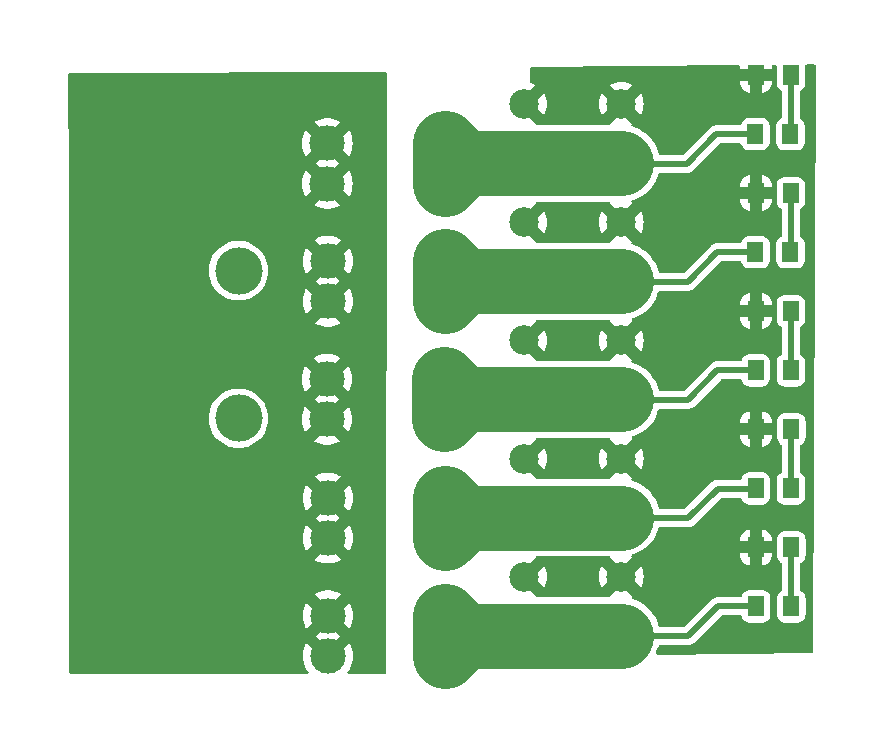
<source format=gbr>
%TF.GenerationSoftware,KiCad,Pcbnew,7.0.7*%
%TF.CreationDate,2023-11-23T15:16:10-08:00*%
%TF.ProjectId,PowerDistribution,506f7765-7244-4697-9374-726962757469,R1*%
%TF.SameCoordinates,Original*%
%TF.FileFunction,Copper,L1,Top*%
%TF.FilePolarity,Positive*%
%FSLAX46Y46*%
G04 Gerber Fmt 4.6, Leading zero omitted, Abs format (unit mm)*
G04 Created by KiCad (PCBNEW 7.0.7) date 2023-11-23 15:16:10*
%MOMM*%
%LPD*%
G01*
G04 APERTURE LIST*
G04 Aperture macros list*
%AMRoundRect*
0 Rectangle with rounded corners*
0 $1 Rounding radius*
0 $2 $3 $4 $5 $6 $7 $8 $9 X,Y pos of 4 corners*
0 Add a 4 corners polygon primitive as box body*
4,1,4,$2,$3,$4,$5,$6,$7,$8,$9,$2,$3,0*
0 Add four circle primitives for the rounded corners*
1,1,$1+$1,$2,$3*
1,1,$1+$1,$4,$5*
1,1,$1+$1,$6,$7*
1,1,$1+$1,$8,$9*
0 Add four rect primitives between the rounded corners*
20,1,$1+$1,$2,$3,$4,$5,0*
20,1,$1+$1,$4,$5,$6,$7,0*
20,1,$1+$1,$6,$7,$8,$9,0*
20,1,$1+$1,$8,$9,$2,$3,0*%
G04 Aperture macros list end*
%TA.AperFunction,SMDPad,CuDef*%
%ADD10RoundRect,0.250001X0.462499X0.624999X-0.462499X0.624999X-0.462499X-0.624999X0.462499X-0.624999X0*%
%TD*%
%TA.AperFunction,ComponentPad*%
%ADD11C,3.000000*%
%TD*%
%TA.AperFunction,ComponentPad*%
%ADD12C,2.500000*%
%TD*%
%TA.AperFunction,ComponentPad*%
%ADD13C,4.000000*%
%TD*%
%TA.AperFunction,Conductor*%
%ADD14C,0.508000*%
%TD*%
%TA.AperFunction,Conductor*%
%ADD15C,5.500000*%
%TD*%
%TA.AperFunction,Conductor*%
%ADD16C,8.000000*%
%TD*%
G04 APERTURE END LIST*
D10*
%TO.P,R1,1*%
%TO.N,Net-(D1-K)*%
X204707500Y-73290000D03*
%TO.P,R1,2*%
%TO.N,-BATT*%
X201732500Y-73290000D03*
%TD*%
%TO.P,R2,1*%
%TO.N,Net-(D2-K)*%
X204707500Y-83290000D03*
%TO.P,R2,2*%
%TO.N,-BATT*%
X201732500Y-83290000D03*
%TD*%
%TO.P,R5,1*%
%TO.N,Net-(D5-K)*%
X204730000Y-113290000D03*
%TO.P,R5,2*%
%TO.N,-BATT*%
X201755000Y-113290000D03*
%TD*%
%TO.P,D2,1,K*%
%TO.N,Net-(D2-K)*%
X204667500Y-88290000D03*
%TO.P,D2,2,A*%
%TO.N,/Fuse4*%
X201692500Y-88290000D03*
%TD*%
%TO.P,D4,1,K*%
%TO.N,Net-(D4-K)*%
X204707500Y-108290000D03*
%TO.P,D4,2,A*%
%TO.N,/Fuse2*%
X201732500Y-108290000D03*
%TD*%
D11*
%TO.P,F1,1*%
%TO.N,/Fuse1*%
X175429001Y-122465899D03*
X175429001Y-119065899D03*
%TO.P,F1,2*%
%TO.N,+BATT*%
X165509001Y-122465899D03*
X165509001Y-119065899D03*
%TD*%
D10*
%TO.P,R3,1*%
%TO.N,Net-(D3-K)*%
X204707500Y-93290000D03*
%TO.P,R3,2*%
%TO.N,-BATT*%
X201732500Y-93290000D03*
%TD*%
%TO.P,D1,1,K*%
%TO.N,Net-(D1-K)*%
X204667500Y-78290000D03*
%TO.P,D1,2,A*%
%TO.N,/Fuse5*%
X201692500Y-78290000D03*
%TD*%
D11*
%TO.P,F2,1*%
%TO.N,/Fuse2*%
X175419001Y-112505899D03*
X175419001Y-109105899D03*
%TO.P,F2,2*%
%TO.N,+BATT*%
X165499001Y-112505899D03*
X165499001Y-109105899D03*
%TD*%
D12*
%TO.P,J2,1,Pin_1*%
%TO.N,/Fuse1*%
X182149002Y-120765902D03*
X190349001Y-120765902D03*
%TO.P,J2,2,Pin_2*%
%TO.N,-BATT*%
X182149002Y-115765900D03*
X190349001Y-115765900D03*
%TO.P,J2,3,Pin_3*%
%TO.N,/Fuse2*%
X182149002Y-110765899D03*
X190349001Y-110765899D03*
%TO.P,J2,4,Pin_4*%
%TO.N,-BATT*%
X182149002Y-105765899D03*
X190349001Y-105765899D03*
%TO.P,J2,5,Pin_5*%
%TO.N,/Fuse3*%
X182149002Y-100765899D03*
X190349001Y-100765899D03*
%TO.P,J2,6,Pin_6*%
%TO.N,-BATT*%
X182149002Y-95765899D03*
X190349001Y-95765899D03*
%TO.P,J2,7,Pin_7*%
%TO.N,/Fuse4*%
X182149002Y-90765899D03*
X190349001Y-90765899D03*
%TO.P,J2,8,Pin_8*%
%TO.N,-BATT*%
X182149002Y-85765899D03*
X190349001Y-85765899D03*
%TO.P,J2,9,Pin_9*%
%TO.N,/Fuse5*%
X182149002Y-80765899D03*
X190349001Y-80765899D03*
%TO.P,J2,10,Pin_10*%
%TO.N,-BATT*%
X182149002Y-75765898D03*
X190349001Y-75765898D03*
%TD*%
D10*
%TO.P,D5,1,K*%
%TO.N,Net-(D5-K)*%
X204727500Y-118290000D03*
%TO.P,D5,2,A*%
%TO.N,/Fuse1*%
X201752500Y-118290000D03*
%TD*%
%TO.P,D3,1,K*%
%TO.N,Net-(D3-K)*%
X204707500Y-98290000D03*
%TO.P,D3,2,A*%
%TO.N,/Fuse3*%
X201732500Y-98290000D03*
%TD*%
D11*
%TO.P,F5,1*%
%TO.N,/Fuse5*%
X175379001Y-82485899D03*
X175379001Y-79085899D03*
%TO.P,F5,2*%
%TO.N,+BATT*%
X165459001Y-82485899D03*
X165459001Y-79085899D03*
%TD*%
%TO.P,F3,1*%
%TO.N,/Fuse3*%
X175349001Y-102445899D03*
X175349001Y-99045899D03*
%TO.P,F3,2*%
%TO.N,+BATT*%
X165429001Y-102445899D03*
X165429001Y-99045899D03*
%TD*%
D10*
%TO.P,R4,1*%
%TO.N,Net-(D4-K)*%
X204730000Y-103290000D03*
%TO.P,R4,2*%
%TO.N,-BATT*%
X201755000Y-103290000D03*
%TD*%
D11*
%TO.P,F4,1*%
%TO.N,/Fuse4*%
X175419001Y-92455899D03*
X175419001Y-89055899D03*
%TO.P,F4,2*%
%TO.N,+BATT*%
X165499001Y-92455899D03*
X165499001Y-89055899D03*
%TD*%
D13*
%TO.P,J1,1,Pin_1*%
%TO.N,+BATT*%
X150435000Y-89858000D03*
X150435000Y-102358000D03*
%TO.P,J1,2,Pin_2*%
%TO.N,-BATT*%
X157935000Y-89858000D03*
X157935000Y-102358000D03*
%TD*%
D14*
%TO.N,Net-(D1-K)*%
X204707500Y-73290000D02*
X204707500Y-78250000D01*
X204707500Y-78250000D02*
X204667500Y-78290000D01*
D15*
%TO.N,/Fuse1*%
X190349001Y-120765902D02*
X182149002Y-120765902D01*
D14*
X190349001Y-120765902D02*
X196024098Y-120765902D01*
D15*
X175429001Y-119065899D02*
X175429001Y-122465899D01*
X177128998Y-120765902D02*
X177129004Y-120765902D01*
X175429001Y-122465899D02*
X177128998Y-120765902D01*
D14*
X196024098Y-120765902D02*
X198510000Y-118280000D01*
X201742500Y-118280000D02*
X201752500Y-118290000D01*
D15*
X177129004Y-120765902D02*
X175429001Y-119065899D01*
X182149002Y-120765902D02*
X177129004Y-120765902D01*
D14*
X198510000Y-118280000D02*
X201742500Y-118280000D01*
X201755899Y-118265899D02*
X201780000Y-118290000D01*
D15*
%TO.N,/Fuse2*%
X177159001Y-110765899D02*
X175419001Y-112505899D01*
D14*
X190332751Y-110805902D02*
X196007848Y-110805902D01*
D15*
X182149002Y-110765899D02*
X177159001Y-110765899D01*
D14*
X201755899Y-108265899D02*
X201780000Y-108290000D01*
X198493750Y-108320000D02*
X201726250Y-108320000D01*
D15*
X182149002Y-110765899D02*
X190349001Y-110765899D01*
X177079001Y-110765899D02*
X175419001Y-109105899D01*
X182149002Y-110765899D02*
X177079001Y-110765899D01*
X175419001Y-109105899D02*
X175419001Y-112505899D01*
D14*
X196007848Y-110805902D02*
X198493750Y-108320000D01*
D15*
%TO.N,/Fuse3*%
X177069001Y-100765899D02*
X175349001Y-99045899D01*
D14*
X198483750Y-98290000D02*
X201716250Y-98290000D01*
D15*
X175349001Y-99045899D02*
X175349001Y-102445899D01*
X182149002Y-100765899D02*
X177029001Y-100765899D01*
X177029001Y-100765899D02*
X175349001Y-102445899D01*
X182149002Y-100765899D02*
X190349001Y-100765899D01*
D14*
X190322751Y-100775902D02*
X195997848Y-100775902D01*
D15*
X182149002Y-100765899D02*
X177069001Y-100765899D01*
D14*
X201755899Y-98265899D02*
X201780000Y-98290000D01*
X195997848Y-100775902D02*
X198483750Y-98290000D01*
D15*
%TO.N,/Fuse4*%
X177109001Y-90765899D02*
X175419001Y-92455899D01*
X182149002Y-90765899D02*
X177109001Y-90765899D01*
D14*
X195977848Y-90785902D02*
X198463750Y-88300000D01*
D15*
X182149002Y-90765899D02*
X190349001Y-90765899D01*
D14*
X190302751Y-90785902D02*
X195977848Y-90785902D01*
D15*
X177129001Y-90765899D02*
X175419001Y-89055899D01*
X175419001Y-92455899D02*
X175419001Y-89055899D01*
D14*
X201755899Y-88265899D02*
X201780000Y-88290000D01*
X198463750Y-88300000D02*
X201696250Y-88300000D01*
D15*
X182149002Y-90765899D02*
X177129001Y-90765899D01*
D14*
%TO.N,/Fuse5*%
X201755899Y-78265899D02*
X201780000Y-78290000D01*
D15*
X182149002Y-80765899D02*
X190349001Y-80765899D01*
D14*
X195907848Y-80805902D02*
X198393750Y-78320000D01*
X190232751Y-80805902D02*
X195907848Y-80805902D01*
D15*
X182149002Y-80765899D02*
X177059001Y-80765899D01*
X177059001Y-80765899D02*
X175379001Y-79085899D01*
X177099001Y-80765899D02*
X175379001Y-82485899D01*
X175379001Y-79085899D02*
X175379001Y-82485899D01*
X182149002Y-80765899D02*
X177099001Y-80765899D01*
D14*
X198393750Y-78320000D02*
X201626250Y-78320000D01*
%TO.N,Net-(D2-K)*%
X204707500Y-83290000D02*
X204707500Y-88250000D01*
X204707500Y-88250000D02*
X204667500Y-88290000D01*
%TO.N,Net-(D3-K)*%
X204707500Y-93290000D02*
X204707500Y-98290000D01*
%TO.N,Net-(D4-K)*%
X204730000Y-108267500D02*
X204707500Y-108290000D01*
X204730000Y-103290000D02*
X204730000Y-108267500D01*
%TO.N,Net-(D5-K)*%
X204730000Y-118287500D02*
X204727500Y-118290000D01*
X204730000Y-113290000D02*
X204730000Y-118287500D01*
D16*
%TO.N,+BATT*%
X150435000Y-89858000D02*
X150435000Y-102358000D01*
%TD*%
%TA.AperFunction,Conductor*%
%TO.N,-BATT*%
G36*
X206751360Y-72411207D02*
G01*
X206797680Y-72463516D01*
X206809444Y-72516783D01*
X206590539Y-122098718D01*
X206570558Y-122165670D01*
X206517553Y-122211192D01*
X206467831Y-122222164D01*
X193399819Y-122358231D01*
X193332578Y-122339246D01*
X193286276Y-122286921D01*
X193275613Y-122217870D01*
X193284969Y-122184434D01*
X193405264Y-121910192D01*
X193458467Y-121740092D01*
X193497473Y-121615386D01*
X193536272Y-121557279D01*
X193600327Y-121529374D01*
X193615819Y-121528402D01*
X195959516Y-121528402D01*
X195977486Y-121529711D01*
X195980178Y-121530105D01*
X196001770Y-121533268D01*
X196054694Y-121528637D01*
X196060095Y-121528402D01*
X196068504Y-121528402D01*
X196068510Y-121528402D01*
X196099481Y-121524781D01*
X196101610Y-121524533D01*
X196114563Y-121523399D01*
X196179338Y-121517733D01*
X196179346Y-121517730D01*
X196186407Y-121516273D01*
X196186415Y-121516316D01*
X196194114Y-121514609D01*
X196194105Y-121514568D01*
X196201135Y-121512901D01*
X196201136Y-121512900D01*
X196201140Y-121512900D01*
X196274467Y-121486211D01*
X196348538Y-121461667D01*
X196348546Y-121461661D01*
X196355086Y-121458613D01*
X196355104Y-121458652D01*
X196362200Y-121455217D01*
X196362181Y-121455178D01*
X196368633Y-121451937D01*
X196368637Y-121451936D01*
X196433836Y-121409053D01*
X196500247Y-121368090D01*
X196500252Y-121368084D01*
X196505911Y-121363611D01*
X196505938Y-121363645D01*
X196512052Y-121358665D01*
X196512025Y-121358632D01*
X196517560Y-121353987D01*
X196571119Y-121297217D01*
X198789519Y-119078819D01*
X198850842Y-119045334D01*
X198877200Y-119042500D01*
X200443649Y-119042500D01*
X200510688Y-119062185D01*
X200556443Y-119114989D01*
X200561355Y-119127497D01*
X200597883Y-119237735D01*
X200597884Y-119237738D01*
X200690967Y-119388647D01*
X200690970Y-119388651D01*
X200816348Y-119514029D01*
X200816352Y-119514032D01*
X200967261Y-119607115D01*
X200967264Y-119607116D01*
X201135571Y-119662886D01*
X201135572Y-119662886D01*
X201135575Y-119662887D01*
X201239456Y-119673500D01*
X201239461Y-119673500D01*
X202265539Y-119673500D01*
X202265544Y-119673500D01*
X202369425Y-119662887D01*
X202537738Y-119607115D01*
X202688651Y-119514030D01*
X202814030Y-119388651D01*
X202907115Y-119237738D01*
X202962887Y-119069425D01*
X202973500Y-118965544D01*
X202973500Y-118965538D01*
X203506499Y-118965538D01*
X203506500Y-118965551D01*
X203517113Y-119069428D01*
X203572883Y-119237735D01*
X203572884Y-119237738D01*
X203665967Y-119388647D01*
X203665970Y-119388651D01*
X203791348Y-119514029D01*
X203791352Y-119514032D01*
X203942261Y-119607115D01*
X203942264Y-119607116D01*
X204110571Y-119662886D01*
X204110572Y-119662886D01*
X204110575Y-119662887D01*
X204214456Y-119673500D01*
X204214461Y-119673500D01*
X205240539Y-119673500D01*
X205240544Y-119673500D01*
X205344425Y-119662887D01*
X205512738Y-119607115D01*
X205663651Y-119514030D01*
X205789030Y-119388651D01*
X205882115Y-119237738D01*
X205937887Y-119069425D01*
X205948500Y-118965544D01*
X205948500Y-117614456D01*
X205937887Y-117510575D01*
X205908955Y-117423261D01*
X205882116Y-117342264D01*
X205882115Y-117342261D01*
X205789032Y-117191352D01*
X205789029Y-117191348D01*
X205663650Y-117065969D01*
X205551402Y-116996733D01*
X205504678Y-116944785D01*
X205492500Y-116891195D01*
X205492500Y-114690346D01*
X205512185Y-114623307D01*
X205551400Y-114584809D01*
X205666151Y-114514030D01*
X205791530Y-114388651D01*
X205884615Y-114237738D01*
X205940387Y-114069425D01*
X205951000Y-113965544D01*
X205951000Y-112614456D01*
X205940387Y-112510575D01*
X205902961Y-112397627D01*
X205884616Y-112342264D01*
X205884615Y-112342261D01*
X205791532Y-112191352D01*
X205791529Y-112191348D01*
X205666151Y-112065970D01*
X205666147Y-112065967D01*
X205515238Y-111972884D01*
X205515235Y-111972883D01*
X205346928Y-111917113D01*
X205243051Y-111906500D01*
X205243044Y-111906500D01*
X204216956Y-111906500D01*
X204216948Y-111906500D01*
X204113071Y-111917113D01*
X203944764Y-111972883D01*
X203944761Y-111972884D01*
X203793852Y-112065967D01*
X203793848Y-112065970D01*
X203668470Y-112191348D01*
X203668467Y-112191352D01*
X203575384Y-112342261D01*
X203575383Y-112342264D01*
X203519613Y-112510571D01*
X203509000Y-112614448D01*
X203509000Y-113965551D01*
X203519613Y-114069428D01*
X203575383Y-114237735D01*
X203575384Y-114237738D01*
X203668467Y-114388647D01*
X203668470Y-114388651D01*
X203793849Y-114514030D01*
X203908598Y-114584809D01*
X203955322Y-114636755D01*
X203967500Y-114690346D01*
X203967500Y-116888111D01*
X203947815Y-116955150D01*
X203908598Y-116993649D01*
X203791349Y-117065969D01*
X203665970Y-117191348D01*
X203665967Y-117191352D01*
X203572884Y-117342261D01*
X203572883Y-117342264D01*
X203517113Y-117510571D01*
X203506500Y-117614448D01*
X203506499Y-117614461D01*
X203506499Y-118965538D01*
X202973500Y-118965538D01*
X202973500Y-117614456D01*
X202962887Y-117510575D01*
X202933955Y-117423261D01*
X202907116Y-117342264D01*
X202907115Y-117342261D01*
X202814032Y-117191352D01*
X202814029Y-117191348D01*
X202688651Y-117065970D01*
X202688647Y-117065967D01*
X202537738Y-116972884D01*
X202537735Y-116972883D01*
X202369428Y-116917113D01*
X202265551Y-116906500D01*
X202265544Y-116906500D01*
X201239456Y-116906500D01*
X201239448Y-116906500D01*
X201135571Y-116917113D01*
X200967264Y-116972883D01*
X200967261Y-116972884D01*
X200816352Y-117065967D01*
X200816348Y-117065970D01*
X200690970Y-117191348D01*
X200690967Y-117191352D01*
X200597884Y-117342261D01*
X200597883Y-117342264D01*
X200567982Y-117432503D01*
X200528210Y-117489948D01*
X200463695Y-117516772D01*
X200450276Y-117517500D01*
X198574583Y-117517500D01*
X198556611Y-117516191D01*
X198532327Y-117512634D01*
X198532324Y-117512633D01*
X198485032Y-117516772D01*
X198479406Y-117517264D01*
X198474003Y-117517500D01*
X198465584Y-117517500D01*
X198432472Y-117521370D01*
X198354756Y-117528169D01*
X198347690Y-117529629D01*
X198347681Y-117529589D01*
X198339968Y-117531299D01*
X198339978Y-117531338D01*
X198332960Y-117533001D01*
X198259627Y-117559692D01*
X198185561Y-117584233D01*
X198179014Y-117587287D01*
X198178996Y-117587250D01*
X198171894Y-117590689D01*
X198171913Y-117590725D01*
X198165463Y-117593964D01*
X198100276Y-117636838D01*
X198033852Y-117677810D01*
X198028192Y-117682286D01*
X198028167Y-117682255D01*
X198022044Y-117687243D01*
X198022069Y-117687273D01*
X198016544Y-117691909D01*
X197962994Y-117748667D01*
X195744579Y-119967083D01*
X195683256Y-120000568D01*
X195656898Y-120003402D01*
X193613781Y-120003402D01*
X193546742Y-119983717D01*
X193500987Y-119930913D01*
X193493575Y-119909842D01*
X193463659Y-119791710D01*
X193463659Y-119791708D01*
X193337590Y-119454994D01*
X193337588Y-119454991D01*
X193337587Y-119454987D01*
X193175237Y-119134174D01*
X192978580Y-118833168D01*
X192750004Y-118555623D01*
X192492282Y-118304908D01*
X192492277Y-118304903D01*
X192492272Y-118304899D01*
X192208555Y-118084073D01*
X192208544Y-118084065D01*
X191902231Y-117895776D01*
X191902227Y-117895774D01*
X191577073Y-117742330D01*
X191577062Y-117742325D01*
X191281662Y-117640915D01*
X191224647Y-117600530D01*
X191198516Y-117535730D01*
X191211567Y-117467090D01*
X191259656Y-117416403D01*
X191262499Y-117414801D01*
X191273483Y-117408803D01*
X190505370Y-116640688D01*
X190471885Y-116579365D01*
X190476869Y-116509673D01*
X190518741Y-116453740D01*
X190549075Y-116437067D01*
X190675994Y-116388933D01*
X190815594Y-116292575D01*
X190928077Y-116165607D01*
X191006906Y-116015411D01*
X191015595Y-115980157D01*
X191050751Y-115919778D01*
X191112970Y-115887989D01*
X191182499Y-115894885D01*
X191223673Y-115922152D01*
X191991904Y-116690382D01*
X191991905Y-116690382D01*
X192068034Y-116550963D01*
X192068036Y-116550959D01*
X192162266Y-116298315D01*
X192219578Y-116034857D01*
X192219579Y-116034850D01*
X192238816Y-115765901D01*
X192238816Y-115765898D01*
X192219579Y-115496949D01*
X192219578Y-115496942D01*
X192162266Y-115233484D01*
X192068036Y-114980840D01*
X192068034Y-114980836D01*
X191991904Y-114841416D01*
X191223673Y-115609647D01*
X191162350Y-115643132D01*
X191092658Y-115638148D01*
X191036725Y-115596276D01*
X191015595Y-115551641D01*
X191014998Y-115549222D01*
X191006906Y-115516389D01*
X190928077Y-115366193D01*
X190815594Y-115239225D01*
X190675994Y-115142867D01*
X190675989Y-115142865D01*
X190549078Y-115094732D01*
X190493375Y-115052554D01*
X190469319Y-114986956D01*
X190484547Y-114918766D01*
X190505369Y-114891110D01*
X191273483Y-114122995D01*
X191273483Y-114122993D01*
X191259785Y-114115514D01*
X191210380Y-114066109D01*
X191195528Y-113997836D01*
X191219945Y-113932371D01*
X191275879Y-113890500D01*
X191285458Y-113887365D01*
X191408643Y-113852532D01*
X191408649Y-113852529D01*
X191408654Y-113852528D01*
X191542904Y-113798000D01*
X200407501Y-113798000D01*
X200407501Y-113976941D01*
X200413580Y-114054204D01*
X200461729Y-114233900D01*
X200546191Y-114399664D01*
X200663264Y-114544235D01*
X200807835Y-114661308D01*
X200973599Y-114745770D01*
X201153295Y-114793919D01*
X201230556Y-114800000D01*
X201230557Y-114800000D01*
X201247000Y-114799999D01*
X201247000Y-113798000D01*
X202263000Y-113798000D01*
X202263000Y-114799999D01*
X202279441Y-114799999D01*
X202356704Y-114793919D01*
X202536400Y-114745770D01*
X202702164Y-114661308D01*
X202846735Y-114544235D01*
X202963808Y-114399664D01*
X203048270Y-114233900D01*
X203096419Y-114054204D01*
X203102500Y-113976944D01*
X203102500Y-113798000D01*
X202263000Y-113798000D01*
X201247000Y-113798000D01*
X200407501Y-113798000D01*
X191542904Y-113798000D01*
X191586957Y-113780107D01*
X191741767Y-113717229D01*
X192057985Y-113546101D01*
X192353457Y-113341224D01*
X192624598Y-113105087D01*
X192868117Y-112840555D01*
X192911155Y-112782000D01*
X200407500Y-112782000D01*
X201247000Y-112782000D01*
X201247000Y-111780000D01*
X202263000Y-111780000D01*
X202263000Y-112782000D01*
X203102499Y-112782000D01*
X203102499Y-112603059D01*
X203096419Y-112525795D01*
X203048270Y-112346099D01*
X202963808Y-112180335D01*
X202846735Y-112035764D01*
X202702164Y-111918691D01*
X202536400Y-111834229D01*
X202356704Y-111786080D01*
X202279444Y-111780000D01*
X202263000Y-111780000D01*
X201247000Y-111780000D01*
X201230558Y-111780001D01*
X201153295Y-111786080D01*
X200973599Y-111834229D01*
X200807835Y-111918691D01*
X200663264Y-112035764D01*
X200546191Y-112180335D01*
X200461729Y-112346099D01*
X200413580Y-112525795D01*
X200407500Y-112603056D01*
X200407500Y-112782000D01*
X192911155Y-112782000D01*
X193081057Y-112550840D01*
X193260833Y-112239458D01*
X193405264Y-111910189D01*
X193429023Y-111834229D01*
X193484961Y-111655386D01*
X193523760Y-111597279D01*
X193587815Y-111569374D01*
X193603307Y-111568402D01*
X195943266Y-111568402D01*
X195961236Y-111569711D01*
X195963928Y-111570105D01*
X195985520Y-111573268D01*
X196038444Y-111568637D01*
X196043845Y-111568402D01*
X196052254Y-111568402D01*
X196052260Y-111568402D01*
X196083231Y-111564781D01*
X196085360Y-111564533D01*
X196098313Y-111563399D01*
X196163088Y-111557733D01*
X196163096Y-111557730D01*
X196170157Y-111556273D01*
X196170165Y-111556316D01*
X196177864Y-111554609D01*
X196177855Y-111554568D01*
X196184885Y-111552901D01*
X196184886Y-111552900D01*
X196184890Y-111552900D01*
X196258217Y-111526211D01*
X196332288Y-111501667D01*
X196332296Y-111501661D01*
X196338836Y-111498613D01*
X196338854Y-111498652D01*
X196345950Y-111495217D01*
X196345931Y-111495178D01*
X196352383Y-111491937D01*
X196352387Y-111491936D01*
X196417586Y-111449053D01*
X196483997Y-111408090D01*
X196484002Y-111408084D01*
X196489661Y-111403611D01*
X196489688Y-111403645D01*
X196495802Y-111398665D01*
X196495775Y-111398632D01*
X196501310Y-111393987D01*
X196554869Y-111337217D01*
X198773269Y-109118819D01*
X198834592Y-109085334D01*
X198860950Y-109082500D01*
X200436904Y-109082500D01*
X200503943Y-109102185D01*
X200549698Y-109154989D01*
X200554611Y-109167498D01*
X200577885Y-109237739D01*
X200670967Y-109388647D01*
X200670970Y-109388651D01*
X200796348Y-109514029D01*
X200796352Y-109514032D01*
X200947261Y-109607115D01*
X200947264Y-109607116D01*
X201115571Y-109662886D01*
X201115572Y-109662886D01*
X201115575Y-109662887D01*
X201219456Y-109673500D01*
X201219461Y-109673500D01*
X202245539Y-109673500D01*
X202245544Y-109673500D01*
X202349425Y-109662887D01*
X202517738Y-109607115D01*
X202668651Y-109514030D01*
X202794030Y-109388651D01*
X202887115Y-109237738D01*
X202942887Y-109069425D01*
X202953500Y-108965544D01*
X202953500Y-108965538D01*
X203486499Y-108965538D01*
X203486500Y-108965551D01*
X203497113Y-109069428D01*
X203552883Y-109237735D01*
X203552884Y-109237738D01*
X203645967Y-109388647D01*
X203645970Y-109388651D01*
X203771348Y-109514029D01*
X203771352Y-109514032D01*
X203922261Y-109607115D01*
X203922264Y-109607116D01*
X204090571Y-109662886D01*
X204090572Y-109662886D01*
X204090575Y-109662887D01*
X204194456Y-109673500D01*
X204194461Y-109673500D01*
X205220539Y-109673500D01*
X205220544Y-109673500D01*
X205324425Y-109662887D01*
X205492738Y-109607115D01*
X205643651Y-109514030D01*
X205769030Y-109388651D01*
X205862115Y-109237738D01*
X205917887Y-109069425D01*
X205928500Y-108965544D01*
X205928500Y-107614456D01*
X205917887Y-107510575D01*
X205910312Y-107487714D01*
X205862116Y-107342264D01*
X205862115Y-107342261D01*
X205769032Y-107191352D01*
X205769029Y-107191348D01*
X205643651Y-107065970D01*
X205643647Y-107065967D01*
X205551403Y-107009070D01*
X205504678Y-106957122D01*
X205492500Y-106903532D01*
X205492500Y-104690346D01*
X205512185Y-104623307D01*
X205551400Y-104584809D01*
X205666151Y-104514030D01*
X205791530Y-104388651D01*
X205884615Y-104237738D01*
X205940387Y-104069425D01*
X205951000Y-103965544D01*
X205951000Y-102614456D01*
X205940387Y-102510575D01*
X205902961Y-102397627D01*
X205884616Y-102342264D01*
X205884615Y-102342261D01*
X205791532Y-102191352D01*
X205791529Y-102191348D01*
X205666151Y-102065970D01*
X205666147Y-102065967D01*
X205515238Y-101972884D01*
X205515235Y-101972883D01*
X205346928Y-101917113D01*
X205243051Y-101906500D01*
X205243044Y-101906500D01*
X204216956Y-101906500D01*
X204216948Y-101906500D01*
X204113071Y-101917113D01*
X203944764Y-101972883D01*
X203944761Y-101972884D01*
X203793852Y-102065967D01*
X203793848Y-102065970D01*
X203668470Y-102191348D01*
X203668467Y-102191352D01*
X203575384Y-102342261D01*
X203575383Y-102342264D01*
X203519613Y-102510571D01*
X203509000Y-102614448D01*
X203509000Y-103965551D01*
X203519613Y-104069428D01*
X203575383Y-104237735D01*
X203575384Y-104237738D01*
X203668467Y-104388647D01*
X203668470Y-104388651D01*
X203793849Y-104514030D01*
X203908598Y-104584809D01*
X203955322Y-104636755D01*
X203967500Y-104690346D01*
X203967500Y-106875774D01*
X203947815Y-106942813D01*
X203908598Y-106981312D01*
X203771349Y-107065969D01*
X203645970Y-107191348D01*
X203645967Y-107191352D01*
X203552884Y-107342261D01*
X203552883Y-107342264D01*
X203497113Y-107510571D01*
X203486500Y-107614448D01*
X203486499Y-107614461D01*
X203486499Y-108965538D01*
X202953500Y-108965538D01*
X202953500Y-107614456D01*
X202942887Y-107510575D01*
X202935312Y-107487714D01*
X202887116Y-107342264D01*
X202887115Y-107342261D01*
X202794032Y-107191352D01*
X202794029Y-107191348D01*
X202668651Y-107065970D01*
X202668647Y-107065967D01*
X202517738Y-106972884D01*
X202517735Y-106972883D01*
X202349428Y-106917113D01*
X202245551Y-106906500D01*
X202245544Y-106906500D01*
X201219456Y-106906500D01*
X201219448Y-106906500D01*
X201115571Y-106917113D01*
X200947264Y-106972883D01*
X200947261Y-106972884D01*
X200796352Y-107065967D01*
X200796348Y-107065970D01*
X200670970Y-107191348D01*
X200670967Y-107191352D01*
X200577884Y-107342261D01*
X200577883Y-107342264D01*
X200534728Y-107472503D01*
X200494956Y-107529948D01*
X200430441Y-107556772D01*
X200417022Y-107557500D01*
X198558333Y-107557500D01*
X198540361Y-107556191D01*
X198516077Y-107552634D01*
X198516074Y-107552633D01*
X198468782Y-107556772D01*
X198463156Y-107557264D01*
X198457753Y-107557500D01*
X198449334Y-107557500D01*
X198416222Y-107561370D01*
X198338506Y-107568169D01*
X198331440Y-107569629D01*
X198331431Y-107569589D01*
X198323718Y-107571299D01*
X198323728Y-107571338D01*
X198316710Y-107573001D01*
X198243377Y-107599692D01*
X198169311Y-107624233D01*
X198162764Y-107627287D01*
X198162746Y-107627250D01*
X198155644Y-107630689D01*
X198155663Y-107630725D01*
X198149213Y-107633964D01*
X198084026Y-107676838D01*
X198017602Y-107717810D01*
X198011942Y-107722286D01*
X198011917Y-107722255D01*
X198005794Y-107727243D01*
X198005819Y-107727273D01*
X198000294Y-107731909D01*
X198000288Y-107731914D01*
X198000288Y-107731915D01*
X197990465Y-107742327D01*
X197946744Y-107788667D01*
X195728329Y-110007083D01*
X195667006Y-110040568D01*
X195640648Y-110043402D01*
X193623911Y-110043402D01*
X193556872Y-110023717D01*
X193511117Y-109970913D01*
X193503705Y-109949842D01*
X193463659Y-109791707D01*
X193463659Y-109791705D01*
X193337590Y-109454991D01*
X193337588Y-109454988D01*
X193337587Y-109454984D01*
X193175237Y-109134171D01*
X192978580Y-108833165D01*
X192750004Y-108555620D01*
X192492282Y-108304905D01*
X192492277Y-108304900D01*
X192492272Y-108304896D01*
X192208555Y-108084070D01*
X192208544Y-108084062D01*
X191902231Y-107895773D01*
X191902227Y-107895771D01*
X191577073Y-107742327D01*
X191577062Y-107742322D01*
X191281664Y-107640913D01*
X191224649Y-107600528D01*
X191198518Y-107535728D01*
X191211569Y-107467088D01*
X191259658Y-107416401D01*
X191262501Y-107414800D01*
X191273483Y-107408803D01*
X191273483Y-107408802D01*
X190505370Y-106640687D01*
X190471885Y-106579364D01*
X190476869Y-106509672D01*
X190518741Y-106453739D01*
X190549075Y-106437066D01*
X190675994Y-106388932D01*
X190815594Y-106292574D01*
X190928077Y-106165606D01*
X191006906Y-106015410D01*
X191015595Y-105980156D01*
X191050751Y-105919776D01*
X191112970Y-105887987D01*
X191182498Y-105894882D01*
X191223673Y-105922150D01*
X191991904Y-106690381D01*
X191991905Y-106690381D01*
X192068034Y-106550962D01*
X192068036Y-106550958D01*
X192162266Y-106298314D01*
X192219578Y-106034856D01*
X192219579Y-106034849D01*
X192238816Y-105765900D01*
X192238816Y-105765897D01*
X192219579Y-105496948D01*
X192219578Y-105496941D01*
X192162266Y-105233483D01*
X192068036Y-104980839D01*
X192068034Y-104980835D01*
X191991904Y-104841415D01*
X191223673Y-105609646D01*
X191162350Y-105643131D01*
X191092658Y-105638147D01*
X191036725Y-105596275D01*
X191015595Y-105551640D01*
X191014998Y-105549221D01*
X191006906Y-105516388D01*
X190928077Y-105366192D01*
X190815594Y-105239224D01*
X190675994Y-105142866D01*
X190675989Y-105142864D01*
X190549078Y-105094731D01*
X190493375Y-105052553D01*
X190469319Y-104986955D01*
X190484547Y-104918765D01*
X190505369Y-104891109D01*
X191273483Y-104122994D01*
X191273483Y-104122992D01*
X191259787Y-104115514D01*
X191210381Y-104066109D01*
X191195529Y-103997836D01*
X191219946Y-103932372D01*
X191275879Y-103890500D01*
X191285465Y-103887363D01*
X191408643Y-103852532D01*
X191408649Y-103852529D01*
X191408654Y-103852528D01*
X191542904Y-103798000D01*
X200407501Y-103798000D01*
X200407501Y-103976941D01*
X200413580Y-104054204D01*
X200461729Y-104233900D01*
X200546191Y-104399664D01*
X200663264Y-104544235D01*
X200807835Y-104661308D01*
X200973599Y-104745770D01*
X201153295Y-104793919D01*
X201230556Y-104800000D01*
X201230557Y-104800000D01*
X201247000Y-104799999D01*
X201247000Y-103798000D01*
X202263000Y-103798000D01*
X202263000Y-104799999D01*
X202279441Y-104799999D01*
X202356704Y-104793919D01*
X202536400Y-104745770D01*
X202702164Y-104661308D01*
X202846735Y-104544235D01*
X202963808Y-104399664D01*
X203048270Y-104233900D01*
X203096419Y-104054204D01*
X203102500Y-103976944D01*
X203102500Y-103798000D01*
X202263000Y-103798000D01*
X201247000Y-103798000D01*
X200407501Y-103798000D01*
X191542904Y-103798000D01*
X191586957Y-103780107D01*
X191741767Y-103717229D01*
X192057985Y-103546101D01*
X192353457Y-103341224D01*
X192624598Y-103105087D01*
X192868117Y-102840555D01*
X192911155Y-102782000D01*
X200407500Y-102782000D01*
X201247000Y-102782000D01*
X201247000Y-101780000D01*
X202263000Y-101780000D01*
X202263000Y-102782000D01*
X203102499Y-102782000D01*
X203102499Y-102603059D01*
X203096419Y-102525795D01*
X203048270Y-102346099D01*
X202963808Y-102180335D01*
X202846735Y-102035764D01*
X202702164Y-101918691D01*
X202536400Y-101834229D01*
X202356704Y-101786080D01*
X202279444Y-101780000D01*
X202263000Y-101780000D01*
X201247000Y-101780000D01*
X201230558Y-101780001D01*
X201153295Y-101786080D01*
X200973599Y-101834229D01*
X200807835Y-101918691D01*
X200663264Y-102035764D01*
X200546191Y-102180335D01*
X200461729Y-102346099D01*
X200413580Y-102525795D01*
X200407500Y-102603056D01*
X200407500Y-102782000D01*
X192911155Y-102782000D01*
X193081057Y-102550840D01*
X193260833Y-102239458D01*
X193405264Y-101910189D01*
X193406418Y-101906500D01*
X193494344Y-101625386D01*
X193533143Y-101567279D01*
X193597198Y-101539374D01*
X193612690Y-101538402D01*
X195933266Y-101538402D01*
X195951236Y-101539711D01*
X195953928Y-101540105D01*
X195975520Y-101543268D01*
X196028444Y-101538637D01*
X196033845Y-101538402D01*
X196042254Y-101538402D01*
X196042260Y-101538402D01*
X196073231Y-101534781D01*
X196075360Y-101534533D01*
X196088313Y-101533399D01*
X196153088Y-101527733D01*
X196153096Y-101527730D01*
X196160157Y-101526273D01*
X196160165Y-101526316D01*
X196167864Y-101524609D01*
X196167855Y-101524568D01*
X196174885Y-101522901D01*
X196174886Y-101522900D01*
X196174890Y-101522900D01*
X196248217Y-101496211D01*
X196322288Y-101471667D01*
X196322296Y-101471661D01*
X196328836Y-101468613D01*
X196328854Y-101468652D01*
X196335950Y-101465217D01*
X196335931Y-101465178D01*
X196342383Y-101461937D01*
X196342387Y-101461936D01*
X196407586Y-101419053D01*
X196473997Y-101378090D01*
X196474002Y-101378084D01*
X196479661Y-101373611D01*
X196479688Y-101373645D01*
X196485802Y-101368665D01*
X196485775Y-101368632D01*
X196491310Y-101363987D01*
X196544869Y-101307217D01*
X198763269Y-99088819D01*
X198824592Y-99055334D01*
X198850950Y-99052500D01*
X200426963Y-99052500D01*
X200494002Y-99072185D01*
X200539757Y-99124989D01*
X200544669Y-99137498D01*
X200577882Y-99237732D01*
X200577884Y-99237738D01*
X200670967Y-99388647D01*
X200670970Y-99388651D01*
X200796348Y-99514029D01*
X200796352Y-99514032D01*
X200947261Y-99607115D01*
X200947264Y-99607116D01*
X201115571Y-99662886D01*
X201115572Y-99662886D01*
X201115575Y-99662887D01*
X201219456Y-99673500D01*
X201219461Y-99673500D01*
X202245539Y-99673500D01*
X202245544Y-99673500D01*
X202349425Y-99662887D01*
X202517738Y-99607115D01*
X202668651Y-99514030D01*
X202794030Y-99388651D01*
X202887115Y-99237738D01*
X202942887Y-99069425D01*
X202953500Y-98965544D01*
X202953500Y-98965538D01*
X203486499Y-98965538D01*
X203486500Y-98965551D01*
X203497113Y-99069428D01*
X203552883Y-99237735D01*
X203552884Y-99237738D01*
X203645967Y-99388647D01*
X203645970Y-99388651D01*
X203771348Y-99514029D01*
X203771352Y-99514032D01*
X203922261Y-99607115D01*
X203922264Y-99607116D01*
X204090571Y-99662886D01*
X204090572Y-99662886D01*
X204090575Y-99662887D01*
X204194456Y-99673500D01*
X204194461Y-99673500D01*
X205220539Y-99673500D01*
X205220544Y-99673500D01*
X205324425Y-99662887D01*
X205492738Y-99607115D01*
X205643651Y-99514030D01*
X205769030Y-99388651D01*
X205862115Y-99237738D01*
X205917887Y-99069425D01*
X205928500Y-98965544D01*
X205928500Y-97614456D01*
X205917887Y-97510575D01*
X205910312Y-97487714D01*
X205862116Y-97342264D01*
X205862115Y-97342261D01*
X205769032Y-97191352D01*
X205769029Y-97191348D01*
X205643650Y-97065969D01*
X205528902Y-96995191D01*
X205482178Y-96943243D01*
X205470000Y-96889653D01*
X205470000Y-94690346D01*
X205489685Y-94623307D01*
X205528900Y-94584809D01*
X205643651Y-94514030D01*
X205769030Y-94388651D01*
X205862115Y-94237738D01*
X205917887Y-94069425D01*
X205928500Y-93965544D01*
X205928500Y-92614456D01*
X205917887Y-92510575D01*
X205880461Y-92397627D01*
X205862116Y-92342264D01*
X205862115Y-92342261D01*
X205769032Y-92191352D01*
X205769029Y-92191348D01*
X205643651Y-92065970D01*
X205643647Y-92065967D01*
X205492738Y-91972884D01*
X205492735Y-91972883D01*
X205324428Y-91917113D01*
X205220551Y-91906500D01*
X205220544Y-91906500D01*
X204194456Y-91906500D01*
X204194448Y-91906500D01*
X204090571Y-91917113D01*
X203922264Y-91972883D01*
X203922261Y-91972884D01*
X203771352Y-92065967D01*
X203771348Y-92065970D01*
X203645970Y-92191348D01*
X203645967Y-92191352D01*
X203552884Y-92342261D01*
X203552883Y-92342264D01*
X203497113Y-92510571D01*
X203486500Y-92614448D01*
X203486499Y-92614461D01*
X203486499Y-93965538D01*
X203486500Y-93965551D01*
X203497113Y-94069428D01*
X203552883Y-94237735D01*
X203552884Y-94237738D01*
X203645967Y-94388647D01*
X203645970Y-94388651D01*
X203771349Y-94514030D01*
X203886098Y-94584809D01*
X203932822Y-94636755D01*
X203945000Y-94690346D01*
X203945000Y-96889653D01*
X203925315Y-96956692D01*
X203886098Y-96995191D01*
X203771349Y-97065969D01*
X203645970Y-97191348D01*
X203645967Y-97191352D01*
X203552884Y-97342261D01*
X203552883Y-97342264D01*
X203497113Y-97510571D01*
X203486500Y-97614448D01*
X203486499Y-97614461D01*
X203486499Y-98965538D01*
X202953500Y-98965538D01*
X202953500Y-97614456D01*
X202942887Y-97510575D01*
X202935312Y-97487714D01*
X202887116Y-97342264D01*
X202887115Y-97342261D01*
X202794032Y-97191352D01*
X202794029Y-97191348D01*
X202668651Y-97065970D01*
X202668647Y-97065967D01*
X202517738Y-96972884D01*
X202517735Y-96972883D01*
X202349428Y-96917113D01*
X202245551Y-96906500D01*
X202245544Y-96906500D01*
X201219456Y-96906500D01*
X201219448Y-96906500D01*
X201115571Y-96917113D01*
X200947264Y-96972883D01*
X200947261Y-96972884D01*
X200796352Y-97065967D01*
X200796348Y-97065970D01*
X200670970Y-97191348D01*
X200670967Y-97191352D01*
X200577884Y-97342261D01*
X200577882Y-97342267D01*
X200544669Y-97442502D01*
X200504898Y-97499948D01*
X200440382Y-97526772D01*
X200426963Y-97527500D01*
X198548333Y-97527500D01*
X198530361Y-97526191D01*
X198506077Y-97522634D01*
X198506074Y-97522633D01*
X198458782Y-97526772D01*
X198453156Y-97527264D01*
X198447753Y-97527500D01*
X198439334Y-97527500D01*
X198406222Y-97531370D01*
X198328506Y-97538169D01*
X198321440Y-97539629D01*
X198321431Y-97539589D01*
X198313718Y-97541299D01*
X198313728Y-97541338D01*
X198306710Y-97543001D01*
X198233377Y-97569692D01*
X198159311Y-97594233D01*
X198152764Y-97597287D01*
X198152746Y-97597250D01*
X198145644Y-97600689D01*
X198145663Y-97600725D01*
X198139213Y-97603964D01*
X198074026Y-97646838D01*
X198007602Y-97687810D01*
X198001942Y-97692286D01*
X198001917Y-97692255D01*
X197995794Y-97697243D01*
X197995819Y-97697273D01*
X197990294Y-97701909D01*
X197936744Y-97758667D01*
X195718329Y-99977083D01*
X195657006Y-100010568D01*
X195630648Y-100013402D01*
X193616314Y-100013402D01*
X193549275Y-99993717D01*
X193503520Y-99940913D01*
X193496108Y-99919842D01*
X193463659Y-99791707D01*
X193463659Y-99791705D01*
X193337590Y-99454991D01*
X193337588Y-99454988D01*
X193337587Y-99454984D01*
X193175237Y-99134171D01*
X192978580Y-98833165D01*
X192750004Y-98555620D01*
X192492282Y-98304905D01*
X192492277Y-98304900D01*
X192492272Y-98304896D01*
X192208555Y-98084070D01*
X192208544Y-98084062D01*
X191902231Y-97895773D01*
X191902227Y-97895771D01*
X191577073Y-97742327D01*
X191577062Y-97742322D01*
X191281664Y-97640913D01*
X191224649Y-97600528D01*
X191198518Y-97535728D01*
X191211569Y-97467088D01*
X191259658Y-97416401D01*
X191262501Y-97414800D01*
X191273483Y-97408803D01*
X191273483Y-97408802D01*
X190505370Y-96640687D01*
X190471885Y-96579364D01*
X190476869Y-96509672D01*
X190518741Y-96453739D01*
X190549075Y-96437066D01*
X190675994Y-96388932D01*
X190815594Y-96292574D01*
X190928077Y-96165606D01*
X191006906Y-96015410D01*
X191015595Y-95980156D01*
X191050751Y-95919776D01*
X191112970Y-95887987D01*
X191182498Y-95894882D01*
X191223673Y-95922150D01*
X191991904Y-96690381D01*
X191991905Y-96690381D01*
X192068034Y-96550962D01*
X192068036Y-96550958D01*
X192162266Y-96298314D01*
X192219578Y-96034856D01*
X192219579Y-96034849D01*
X192238816Y-95765900D01*
X192238816Y-95765897D01*
X192219579Y-95496948D01*
X192219578Y-95496941D01*
X192162266Y-95233483D01*
X192068036Y-94980839D01*
X192068034Y-94980835D01*
X191991904Y-94841415D01*
X191223673Y-95609646D01*
X191162350Y-95643131D01*
X191092658Y-95638147D01*
X191036725Y-95596275D01*
X191015595Y-95551640D01*
X191014998Y-95549221D01*
X191006906Y-95516388D01*
X190928077Y-95366192D01*
X190815594Y-95239224D01*
X190790937Y-95222205D01*
X190675995Y-95142867D01*
X190675996Y-95142867D01*
X190675994Y-95142866D01*
X190675989Y-95142864D01*
X190549078Y-95094731D01*
X190493375Y-95052553D01*
X190469319Y-94986955D01*
X190484547Y-94918765D01*
X190505369Y-94891109D01*
X191273483Y-94122994D01*
X191273483Y-94122992D01*
X191259787Y-94115514D01*
X191210381Y-94066109D01*
X191195529Y-93997836D01*
X191219946Y-93932372D01*
X191275879Y-93890500D01*
X191285465Y-93887363D01*
X191408643Y-93852532D01*
X191408649Y-93852529D01*
X191408654Y-93852528D01*
X191542904Y-93798000D01*
X200385001Y-93798000D01*
X200385001Y-93976941D01*
X200391080Y-94054204D01*
X200439229Y-94233900D01*
X200523691Y-94399664D01*
X200640764Y-94544235D01*
X200785335Y-94661308D01*
X200951099Y-94745770D01*
X201130795Y-94793919D01*
X201208056Y-94800000D01*
X201208057Y-94800000D01*
X201224500Y-94799999D01*
X201224500Y-93798000D01*
X202240500Y-93798000D01*
X202240500Y-94799999D01*
X202256941Y-94799999D01*
X202334204Y-94793919D01*
X202513900Y-94745770D01*
X202679664Y-94661308D01*
X202824235Y-94544235D01*
X202941308Y-94399664D01*
X203025770Y-94233900D01*
X203073919Y-94054204D01*
X203080000Y-93976944D01*
X203080000Y-93798000D01*
X202240500Y-93798000D01*
X201224500Y-93798000D01*
X200385001Y-93798000D01*
X191542904Y-93798000D01*
X191586957Y-93780107D01*
X191741767Y-93717229D01*
X192057985Y-93546101D01*
X192353457Y-93341224D01*
X192624598Y-93105087D01*
X192868117Y-92840555D01*
X192911155Y-92782000D01*
X200385000Y-92782000D01*
X201224500Y-92782000D01*
X201224500Y-91780000D01*
X202240500Y-91780000D01*
X202240500Y-92782000D01*
X203079999Y-92782000D01*
X203079999Y-92603059D01*
X203073919Y-92525795D01*
X203025770Y-92346099D01*
X202941308Y-92180335D01*
X202824235Y-92035764D01*
X202679664Y-91918691D01*
X202513900Y-91834229D01*
X202334204Y-91786080D01*
X202256944Y-91780000D01*
X202240500Y-91780000D01*
X201224500Y-91780000D01*
X201208058Y-91780001D01*
X201130795Y-91786080D01*
X200951099Y-91834229D01*
X200785335Y-91918691D01*
X200640764Y-92035764D01*
X200523691Y-92180335D01*
X200439229Y-92346099D01*
X200391080Y-92525795D01*
X200385000Y-92603056D01*
X200385000Y-92782000D01*
X192911155Y-92782000D01*
X193081057Y-92550840D01*
X193260833Y-92239458D01*
X193405264Y-91910189D01*
X193406418Y-91906500D01*
X193491216Y-91635386D01*
X193530015Y-91577280D01*
X193594070Y-91549374D01*
X193609562Y-91548402D01*
X195913266Y-91548402D01*
X195931236Y-91549711D01*
X195933928Y-91550105D01*
X195955520Y-91553268D01*
X196008444Y-91548637D01*
X196013845Y-91548402D01*
X196022254Y-91548402D01*
X196022260Y-91548402D01*
X196053231Y-91544781D01*
X196055360Y-91544533D01*
X196068313Y-91543399D01*
X196133088Y-91537733D01*
X196133096Y-91537730D01*
X196140157Y-91536273D01*
X196140165Y-91536316D01*
X196147864Y-91534609D01*
X196147855Y-91534568D01*
X196154885Y-91532901D01*
X196154886Y-91532900D01*
X196154890Y-91532900D01*
X196228217Y-91506211D01*
X196302288Y-91481667D01*
X196302296Y-91481661D01*
X196308836Y-91478613D01*
X196308854Y-91478652D01*
X196315950Y-91475217D01*
X196315931Y-91475178D01*
X196322383Y-91471937D01*
X196322387Y-91471936D01*
X196387586Y-91429053D01*
X196453997Y-91388090D01*
X196454002Y-91388084D01*
X196459661Y-91383611D01*
X196459688Y-91383645D01*
X196465802Y-91378665D01*
X196465775Y-91378632D01*
X196471310Y-91373987D01*
X196524869Y-91317217D01*
X198743269Y-89098819D01*
X198804592Y-89065334D01*
X198830950Y-89062500D01*
X200390276Y-89062500D01*
X200457315Y-89082185D01*
X200503070Y-89134989D01*
X200507982Y-89147497D01*
X200537883Y-89237735D01*
X200537884Y-89237738D01*
X200630967Y-89388647D01*
X200630970Y-89388651D01*
X200756348Y-89514029D01*
X200756352Y-89514032D01*
X200907261Y-89607115D01*
X200907264Y-89607116D01*
X201075571Y-89662886D01*
X201075572Y-89662886D01*
X201075575Y-89662887D01*
X201179456Y-89673500D01*
X201179461Y-89673500D01*
X202205539Y-89673500D01*
X202205544Y-89673500D01*
X202309425Y-89662887D01*
X202477738Y-89607115D01*
X202628651Y-89514030D01*
X202754030Y-89388651D01*
X202847115Y-89237738D01*
X202902887Y-89069425D01*
X202913500Y-88965544D01*
X202913500Y-88965538D01*
X203446499Y-88965538D01*
X203446500Y-88965551D01*
X203457113Y-89069428D01*
X203512883Y-89237735D01*
X203512884Y-89237738D01*
X203605967Y-89388647D01*
X203605970Y-89388651D01*
X203731348Y-89514029D01*
X203731352Y-89514032D01*
X203882261Y-89607115D01*
X203882264Y-89607116D01*
X204050571Y-89662886D01*
X204050572Y-89662886D01*
X204050575Y-89662887D01*
X204154456Y-89673500D01*
X204154461Y-89673500D01*
X205180539Y-89673500D01*
X205180544Y-89673500D01*
X205284425Y-89662887D01*
X205452738Y-89607115D01*
X205603651Y-89514030D01*
X205729030Y-89388651D01*
X205822115Y-89237738D01*
X205877887Y-89069425D01*
X205888500Y-88965544D01*
X205888500Y-87614456D01*
X205877887Y-87510575D01*
X205877886Y-87510571D01*
X205822116Y-87342264D01*
X205822115Y-87342261D01*
X205729032Y-87191352D01*
X205729029Y-87191348D01*
X205603650Y-87065969D01*
X205528902Y-87019863D01*
X205482178Y-86967914D01*
X205470000Y-86914325D01*
X205470000Y-84690346D01*
X205489685Y-84623307D01*
X205528900Y-84584809D01*
X205643651Y-84514030D01*
X205769030Y-84388651D01*
X205862115Y-84237738D01*
X205917887Y-84069425D01*
X205928500Y-83965544D01*
X205928500Y-82614456D01*
X205917887Y-82510575D01*
X205880461Y-82397627D01*
X205862116Y-82342264D01*
X205862115Y-82342261D01*
X205769032Y-82191352D01*
X205769029Y-82191348D01*
X205643651Y-82065970D01*
X205643647Y-82065967D01*
X205492738Y-81972884D01*
X205492735Y-81972883D01*
X205324428Y-81917113D01*
X205220551Y-81906500D01*
X205220544Y-81906500D01*
X204194456Y-81906500D01*
X204194448Y-81906500D01*
X204090571Y-81917113D01*
X203922264Y-81972883D01*
X203922261Y-81972884D01*
X203771352Y-82065967D01*
X203771348Y-82065970D01*
X203645970Y-82191348D01*
X203645967Y-82191352D01*
X203552884Y-82342261D01*
X203552883Y-82342264D01*
X203497113Y-82510571D01*
X203486500Y-82614448D01*
X203486499Y-82614461D01*
X203486499Y-83965538D01*
X203486500Y-83965551D01*
X203497113Y-84069428D01*
X203552883Y-84237735D01*
X203552884Y-84237738D01*
X203645967Y-84388647D01*
X203645970Y-84388651D01*
X203771349Y-84514030D01*
X203886098Y-84584809D01*
X203932822Y-84636755D01*
X203945000Y-84690346D01*
X203945000Y-86864981D01*
X203925315Y-86932020D01*
X203886097Y-86970519D01*
X203731352Y-87065967D01*
X203731348Y-87065970D01*
X203605970Y-87191348D01*
X203605967Y-87191352D01*
X203512884Y-87342261D01*
X203512883Y-87342264D01*
X203457113Y-87510571D01*
X203446500Y-87614448D01*
X203446500Y-87614454D01*
X203446499Y-88965538D01*
X202913500Y-88965538D01*
X202913500Y-87614456D01*
X202902887Y-87510575D01*
X202902886Y-87510571D01*
X202847116Y-87342264D01*
X202847115Y-87342261D01*
X202754032Y-87191352D01*
X202754029Y-87191348D01*
X202628651Y-87065970D01*
X202628647Y-87065967D01*
X202477738Y-86972884D01*
X202477735Y-86972883D01*
X202309428Y-86917113D01*
X202205551Y-86906500D01*
X202205544Y-86906500D01*
X201179456Y-86906500D01*
X201179448Y-86906500D01*
X201075571Y-86917113D01*
X200907264Y-86972883D01*
X200907261Y-86972884D01*
X200756352Y-87065967D01*
X200756348Y-87065970D01*
X200630970Y-87191348D01*
X200630967Y-87191352D01*
X200537884Y-87342261D01*
X200537883Y-87342264D01*
X200501355Y-87452503D01*
X200461583Y-87509948D01*
X200397068Y-87536772D01*
X200383649Y-87537500D01*
X198528333Y-87537500D01*
X198510361Y-87536191D01*
X198486077Y-87532634D01*
X198486074Y-87532633D01*
X198438782Y-87536772D01*
X198433156Y-87537264D01*
X198427753Y-87537500D01*
X198419334Y-87537500D01*
X198386222Y-87541370D01*
X198308506Y-87548169D01*
X198301440Y-87549629D01*
X198301431Y-87549589D01*
X198293718Y-87551299D01*
X198293728Y-87551338D01*
X198286710Y-87553001D01*
X198213377Y-87579692D01*
X198139311Y-87604233D01*
X198132764Y-87607287D01*
X198132746Y-87607250D01*
X198125644Y-87610689D01*
X198125663Y-87610725D01*
X198119213Y-87613964D01*
X198054026Y-87656838D01*
X197987602Y-87697810D01*
X197981942Y-87702286D01*
X197981917Y-87702255D01*
X197975794Y-87707243D01*
X197975819Y-87707273D01*
X197970294Y-87711909D01*
X197916744Y-87768667D01*
X195698329Y-89987083D01*
X195637006Y-90020568D01*
X195610648Y-90023402D01*
X193618846Y-90023402D01*
X193551807Y-90003717D01*
X193506052Y-89950913D01*
X193498640Y-89929842D01*
X193463659Y-89791707D01*
X193463659Y-89791705D01*
X193337590Y-89454991D01*
X193337588Y-89454988D01*
X193337587Y-89454984D01*
X193175237Y-89134171D01*
X192978580Y-88833165D01*
X192750004Y-88555620D01*
X192492282Y-88304905D01*
X192492277Y-88304900D01*
X192492272Y-88304896D01*
X192208555Y-88084070D01*
X192208544Y-88084062D01*
X191902231Y-87895773D01*
X191902227Y-87895771D01*
X191577073Y-87742327D01*
X191577062Y-87742322D01*
X191281664Y-87640913D01*
X191224649Y-87600528D01*
X191198518Y-87535728D01*
X191211569Y-87467088D01*
X191259658Y-87416401D01*
X191262501Y-87414800D01*
X191273483Y-87408803D01*
X191273483Y-87408802D01*
X190505370Y-86640687D01*
X190471885Y-86579364D01*
X190476869Y-86509672D01*
X190518741Y-86453739D01*
X190549075Y-86437066D01*
X190675994Y-86388932D01*
X190815594Y-86292574D01*
X190928077Y-86165606D01*
X191006906Y-86015410D01*
X191015595Y-85980156D01*
X191050751Y-85919777D01*
X191112970Y-85887988D01*
X191182499Y-85894884D01*
X191223673Y-85922151D01*
X191991904Y-86690381D01*
X191991905Y-86690381D01*
X192068034Y-86550962D01*
X192068036Y-86550958D01*
X192162266Y-86298314D01*
X192219578Y-86034856D01*
X192219579Y-86034849D01*
X192238816Y-85765900D01*
X192238816Y-85765897D01*
X192219579Y-85496948D01*
X192219578Y-85496941D01*
X192162266Y-85233483D01*
X192068036Y-84980839D01*
X192068034Y-84980835D01*
X191991904Y-84841415D01*
X191223673Y-85609646D01*
X191162350Y-85643131D01*
X191092658Y-85638147D01*
X191036725Y-85596275D01*
X191015595Y-85551640D01*
X191014998Y-85549221D01*
X191006906Y-85516388D01*
X190928077Y-85366192D01*
X190815594Y-85239224D01*
X190675994Y-85142866D01*
X190675989Y-85142864D01*
X190549078Y-85094731D01*
X190493375Y-85052553D01*
X190469319Y-84986955D01*
X190484547Y-84918765D01*
X190505369Y-84891109D01*
X191273483Y-84122994D01*
X191273483Y-84122992D01*
X191259787Y-84115514D01*
X191210381Y-84066109D01*
X191195529Y-83997836D01*
X191219946Y-83932372D01*
X191275879Y-83890500D01*
X191285465Y-83887363D01*
X191408643Y-83852532D01*
X191408649Y-83852529D01*
X191408654Y-83852528D01*
X191542904Y-83798000D01*
X200385001Y-83798000D01*
X200385001Y-83976941D01*
X200391080Y-84054204D01*
X200439229Y-84233900D01*
X200523691Y-84399664D01*
X200640764Y-84544235D01*
X200785335Y-84661308D01*
X200951099Y-84745770D01*
X201130795Y-84793919D01*
X201208056Y-84800000D01*
X201208057Y-84800000D01*
X201224500Y-84799999D01*
X201224500Y-83798000D01*
X202240500Y-83798000D01*
X202240500Y-84799999D01*
X202256941Y-84799999D01*
X202334204Y-84793919D01*
X202513900Y-84745770D01*
X202679664Y-84661308D01*
X202824235Y-84544235D01*
X202941308Y-84399664D01*
X203025770Y-84233900D01*
X203073919Y-84054204D01*
X203080000Y-83976944D01*
X203080000Y-83798000D01*
X202240500Y-83798000D01*
X201224500Y-83798000D01*
X200385001Y-83798000D01*
X191542904Y-83798000D01*
X191586957Y-83780107D01*
X191741767Y-83717229D01*
X192057985Y-83546101D01*
X192353457Y-83341224D01*
X192624598Y-83105087D01*
X192868117Y-82840555D01*
X192911155Y-82782000D01*
X200385000Y-82782000D01*
X201224500Y-82782000D01*
X201224500Y-81780000D01*
X202240500Y-81780000D01*
X202240500Y-82782000D01*
X203079999Y-82782000D01*
X203079999Y-82603059D01*
X203073919Y-82525795D01*
X203025770Y-82346099D01*
X202941308Y-82180335D01*
X202824235Y-82035764D01*
X202679664Y-81918691D01*
X202513900Y-81834229D01*
X202334204Y-81786080D01*
X202256944Y-81780000D01*
X202240500Y-81780000D01*
X201224500Y-81780000D01*
X201208058Y-81780001D01*
X201130795Y-81786080D01*
X200951099Y-81834229D01*
X200785335Y-81918691D01*
X200640764Y-82035764D01*
X200523691Y-82180335D01*
X200439229Y-82346099D01*
X200391080Y-82525795D01*
X200385000Y-82603056D01*
X200385000Y-82782000D01*
X192911155Y-82782000D01*
X193081057Y-82550840D01*
X193260833Y-82239458D01*
X193405264Y-81910189D01*
X193429023Y-81834229D01*
X193484961Y-81655386D01*
X193523760Y-81597279D01*
X193587815Y-81569374D01*
X193603307Y-81568402D01*
X195843266Y-81568402D01*
X195861236Y-81569711D01*
X195863928Y-81570105D01*
X195885520Y-81573268D01*
X195938444Y-81568637D01*
X195943845Y-81568402D01*
X195952254Y-81568402D01*
X195952260Y-81568402D01*
X195983231Y-81564781D01*
X195985360Y-81564533D01*
X195998313Y-81563399D01*
X196063088Y-81557733D01*
X196063096Y-81557730D01*
X196070157Y-81556273D01*
X196070165Y-81556316D01*
X196077864Y-81554609D01*
X196077855Y-81554568D01*
X196084885Y-81552901D01*
X196084886Y-81552900D01*
X196084890Y-81552900D01*
X196158217Y-81526211D01*
X196232288Y-81501667D01*
X196232296Y-81501661D01*
X196238836Y-81498613D01*
X196238854Y-81498652D01*
X196245950Y-81495217D01*
X196245931Y-81495178D01*
X196252383Y-81491937D01*
X196252387Y-81491936D01*
X196317586Y-81449053D01*
X196383997Y-81408090D01*
X196384002Y-81408084D01*
X196389661Y-81403611D01*
X196389688Y-81403645D01*
X196395802Y-81398665D01*
X196395775Y-81398632D01*
X196401310Y-81393987D01*
X196454869Y-81337217D01*
X198673269Y-79118819D01*
X198734592Y-79085334D01*
X198760950Y-79082500D01*
X200396904Y-79082500D01*
X200463943Y-79102185D01*
X200509698Y-79154989D01*
X200514611Y-79167498D01*
X200537885Y-79237739D01*
X200630967Y-79388647D01*
X200630970Y-79388651D01*
X200756348Y-79514029D01*
X200756352Y-79514032D01*
X200907261Y-79607115D01*
X200907264Y-79607116D01*
X201075571Y-79662886D01*
X201075572Y-79662886D01*
X201075575Y-79662887D01*
X201179456Y-79673500D01*
X201179461Y-79673500D01*
X202205539Y-79673500D01*
X202205544Y-79673500D01*
X202309425Y-79662887D01*
X202477738Y-79607115D01*
X202628651Y-79514030D01*
X202754030Y-79388651D01*
X202847115Y-79237738D01*
X202902887Y-79069425D01*
X202913500Y-78965544D01*
X202913500Y-77614456D01*
X202902887Y-77510575D01*
X202877815Y-77434910D01*
X202847116Y-77342264D01*
X202847115Y-77342261D01*
X202754032Y-77191352D01*
X202754029Y-77191348D01*
X202628651Y-77065970D01*
X202628647Y-77065967D01*
X202477738Y-76972884D01*
X202477735Y-76972883D01*
X202309428Y-76917113D01*
X202205551Y-76906500D01*
X202205544Y-76906500D01*
X201179456Y-76906500D01*
X201179448Y-76906500D01*
X201075571Y-76917113D01*
X200907264Y-76972883D01*
X200907261Y-76972884D01*
X200756352Y-77065967D01*
X200756348Y-77065970D01*
X200630970Y-77191348D01*
X200630967Y-77191352D01*
X200537884Y-77342261D01*
X200537883Y-77342264D01*
X200494728Y-77472503D01*
X200454956Y-77529948D01*
X200390441Y-77556772D01*
X200377022Y-77557500D01*
X198458333Y-77557500D01*
X198440361Y-77556191D01*
X198416077Y-77552634D01*
X198416074Y-77552633D01*
X198368782Y-77556772D01*
X198363156Y-77557264D01*
X198357753Y-77557500D01*
X198349334Y-77557500D01*
X198316222Y-77561370D01*
X198238506Y-77568169D01*
X198231440Y-77569629D01*
X198231431Y-77569589D01*
X198223718Y-77571299D01*
X198223728Y-77571338D01*
X198216710Y-77573001D01*
X198143377Y-77599692D01*
X198069311Y-77624233D01*
X198062764Y-77627287D01*
X198062746Y-77627250D01*
X198055644Y-77630689D01*
X198055663Y-77630725D01*
X198049213Y-77633964D01*
X197984026Y-77676838D01*
X197917602Y-77717810D01*
X197911942Y-77722286D01*
X197911917Y-77722255D01*
X197905794Y-77727243D01*
X197905819Y-77727273D01*
X197900294Y-77731909D01*
X197900288Y-77731914D01*
X197900288Y-77731915D01*
X197890465Y-77742327D01*
X197846744Y-77788667D01*
X195628329Y-80007083D01*
X195567006Y-80040568D01*
X195540648Y-80043402D01*
X193623911Y-80043402D01*
X193556872Y-80023717D01*
X193511117Y-79970913D01*
X193503705Y-79949842D01*
X193463659Y-79791707D01*
X193463659Y-79791705D01*
X193337590Y-79454991D01*
X193337588Y-79454988D01*
X193337587Y-79454984D01*
X193175237Y-79134171D01*
X192978580Y-78833165D01*
X192750004Y-78555620D01*
X192492282Y-78304905D01*
X192492277Y-78304900D01*
X192492272Y-78304896D01*
X192208555Y-78084070D01*
X192208544Y-78084062D01*
X191902231Y-77895773D01*
X191902227Y-77895771D01*
X191577073Y-77742327D01*
X191577057Y-77742320D01*
X191281664Y-77640913D01*
X191224648Y-77600528D01*
X191198517Y-77535728D01*
X191211568Y-77467089D01*
X191259657Y-77416401D01*
X191262499Y-77414800D01*
X191273483Y-77408802D01*
X191273483Y-77408801D01*
X190505370Y-76640686D01*
X190471885Y-76579363D01*
X190476869Y-76509671D01*
X190518741Y-76453738D01*
X190549075Y-76437065D01*
X190675994Y-76388931D01*
X190815594Y-76292573D01*
X190928077Y-76165605D01*
X191006906Y-76015409D01*
X191015595Y-75980155D01*
X191050751Y-75919776D01*
X191112970Y-75887987D01*
X191182499Y-75894883D01*
X191223673Y-75922150D01*
X191991904Y-76690380D01*
X191991905Y-76690380D01*
X192068034Y-76550961D01*
X192068036Y-76550957D01*
X192162266Y-76298313D01*
X192219578Y-76034855D01*
X192219579Y-76034848D01*
X192238816Y-75765899D01*
X192238816Y-75765896D01*
X192219579Y-75496947D01*
X192219578Y-75496940D01*
X192162266Y-75233482D01*
X192068036Y-74980838D01*
X192068034Y-74980834D01*
X191991904Y-74841414D01*
X191223673Y-75609645D01*
X191162350Y-75643130D01*
X191092658Y-75638146D01*
X191036725Y-75596274D01*
X191015595Y-75551639D01*
X191014998Y-75549220D01*
X191006906Y-75516387D01*
X190928077Y-75366191D01*
X190815594Y-75239223D01*
X190675994Y-75142865D01*
X190675989Y-75142863D01*
X190549078Y-75094730D01*
X190493375Y-75052552D01*
X190469319Y-74986954D01*
X190484547Y-74918764D01*
X190505369Y-74891108D01*
X191273483Y-74122993D01*
X191273483Y-74122991D01*
X191134071Y-74046867D01*
X191134060Y-74046862D01*
X190881416Y-73952632D01*
X190617958Y-73895320D01*
X190617951Y-73895319D01*
X190349002Y-73876083D01*
X190349000Y-73876083D01*
X190080050Y-73895319D01*
X190080043Y-73895320D01*
X189816585Y-73952632D01*
X189563947Y-74046860D01*
X189563942Y-74046862D01*
X189424517Y-74122993D01*
X189424516Y-74122993D01*
X190192632Y-74891108D01*
X190226117Y-74952431D01*
X190221133Y-75022122D01*
X190179261Y-75078056D01*
X190148924Y-75094730D01*
X190022009Y-75142864D01*
X190022006Y-75142866D01*
X189882408Y-75239222D01*
X189769924Y-75366192D01*
X189691094Y-75516390D01*
X189691094Y-75516391D01*
X189682405Y-75551642D01*
X189647248Y-75612022D01*
X189585028Y-75643810D01*
X189515500Y-75636912D01*
X189474328Y-75609646D01*
X188706096Y-74841413D01*
X188706096Y-74841414D01*
X188629965Y-74980839D01*
X188629963Y-74980844D01*
X188535735Y-75233482D01*
X188478423Y-75496940D01*
X188478422Y-75496947D01*
X188459186Y-75765896D01*
X188459186Y-75765899D01*
X188478422Y-76034848D01*
X188478423Y-76034855D01*
X188535735Y-76298313D01*
X188629965Y-76550957D01*
X188629970Y-76550968D01*
X188706094Y-76690380D01*
X188706096Y-76690380D01*
X189474328Y-75922149D01*
X189535651Y-75888664D01*
X189605343Y-75893648D01*
X189661276Y-75935520D01*
X189682405Y-75980153D01*
X189691094Y-76015404D01*
X189691094Y-76015405D01*
X189691095Y-76015408D01*
X189691096Y-76015409D01*
X189769925Y-76165605D01*
X189882408Y-76292573D01*
X190022008Y-76388931D01*
X190148924Y-76437064D01*
X190204625Y-76479241D01*
X190228682Y-76544839D01*
X190213455Y-76613029D01*
X190192632Y-76640686D01*
X189410059Y-77423259D01*
X189408385Y-77434909D01*
X189362631Y-77487714D01*
X189295591Y-77507399D01*
X183202412Y-77507399D01*
X183135373Y-77487714D01*
X183089618Y-77434910D01*
X183087942Y-77423259D01*
X182598280Y-76933597D01*
X182598532Y-76304349D01*
X182615595Y-76292573D01*
X182728078Y-76165605D01*
X182806907Y-76015409D01*
X182815596Y-75980155D01*
X182850752Y-75919776D01*
X182912971Y-75887987D01*
X182982500Y-75894883D01*
X183023674Y-75922150D01*
X183791905Y-76690380D01*
X183791906Y-76690380D01*
X183868035Y-76550961D01*
X183868037Y-76550957D01*
X183962267Y-76298313D01*
X184019579Y-76034855D01*
X184019580Y-76034848D01*
X184038817Y-75765899D01*
X184038817Y-75765896D01*
X184019580Y-75496947D01*
X184019579Y-75496940D01*
X183962267Y-75233482D01*
X183868037Y-74980838D01*
X183868035Y-74980834D01*
X183791905Y-74841414D01*
X183023673Y-75609644D01*
X182962350Y-75643129D01*
X182892658Y-75638145D01*
X182836725Y-75596273D01*
X182815595Y-75551636D01*
X182806908Y-75516390D01*
X182806907Y-75516389D01*
X182806907Y-75516387D01*
X182728078Y-75366191D01*
X182615595Y-75239223D01*
X182598964Y-75227744D01*
X182599218Y-74597258D01*
X183073484Y-74122993D01*
X183073484Y-74122991D01*
X182934072Y-74046867D01*
X182934061Y-74046862D01*
X182680190Y-73952174D01*
X182624256Y-73910303D01*
X182599839Y-73844838D01*
X182599524Y-73835977D01*
X182599539Y-73798000D01*
X200385001Y-73798000D01*
X200385001Y-73976941D01*
X200391080Y-74054204D01*
X200439229Y-74233900D01*
X200523691Y-74399664D01*
X200640764Y-74544235D01*
X200785335Y-74661308D01*
X200951099Y-74745770D01*
X201130795Y-74793919D01*
X201208056Y-74800000D01*
X201208057Y-74800000D01*
X201224500Y-74799999D01*
X201224500Y-73798000D01*
X202240500Y-73798000D01*
X202240500Y-74799999D01*
X202256941Y-74799999D01*
X202334204Y-74793919D01*
X202513900Y-74745770D01*
X202679664Y-74661308D01*
X202824235Y-74544235D01*
X202941308Y-74399664D01*
X203025770Y-74233900D01*
X203073919Y-74054204D01*
X203080000Y-73976944D01*
X203080000Y-73798000D01*
X202240500Y-73798000D01*
X201224500Y-73798000D01*
X200385001Y-73798000D01*
X182599539Y-73798000D01*
X182599950Y-72773515D01*
X182619662Y-72706487D01*
X182672484Y-72660753D01*
X182722617Y-72649575D01*
X200260692Y-72461227D01*
X200327935Y-72480190D01*
X200374255Y-72532499D01*
X200385638Y-72594944D01*
X200385000Y-72603053D01*
X200385000Y-72782000D01*
X203079999Y-72782000D01*
X203079999Y-72603059D01*
X203076877Y-72563390D01*
X203091242Y-72495013D01*
X203140293Y-72445257D01*
X203199158Y-72429670D01*
X203366922Y-72427868D01*
X203434164Y-72446830D01*
X203480484Y-72499140D01*
X203491607Y-72564462D01*
X203486500Y-72614446D01*
X203486499Y-72614461D01*
X203486499Y-73965538D01*
X203486500Y-73965551D01*
X203497113Y-74069428D01*
X203552883Y-74237735D01*
X203552884Y-74237738D01*
X203645967Y-74388647D01*
X203645970Y-74388651D01*
X203771349Y-74514030D01*
X203886098Y-74584809D01*
X203932822Y-74636755D01*
X203945000Y-74690346D01*
X203945000Y-76864981D01*
X203925315Y-76932020D01*
X203886097Y-76970519D01*
X203731352Y-77065967D01*
X203731348Y-77065970D01*
X203605970Y-77191348D01*
X203605967Y-77191352D01*
X203512884Y-77342261D01*
X203512883Y-77342264D01*
X203457113Y-77510571D01*
X203446500Y-77614448D01*
X203446499Y-77614461D01*
X203446499Y-78965538D01*
X203446500Y-78965551D01*
X203457113Y-79069428D01*
X203512883Y-79237735D01*
X203512884Y-79237738D01*
X203605967Y-79388647D01*
X203605970Y-79388651D01*
X203731348Y-79514029D01*
X203731352Y-79514032D01*
X203882261Y-79607115D01*
X203882264Y-79607116D01*
X204050571Y-79662886D01*
X204050572Y-79662886D01*
X204050575Y-79662887D01*
X204154456Y-79673500D01*
X204154461Y-79673500D01*
X205180539Y-79673500D01*
X205180544Y-79673500D01*
X205284425Y-79662887D01*
X205452738Y-79607115D01*
X205603651Y-79514030D01*
X205729030Y-79388651D01*
X205822115Y-79237738D01*
X205877887Y-79069425D01*
X205888500Y-78965544D01*
X205888500Y-77614456D01*
X205877887Y-77510575D01*
X205852815Y-77434910D01*
X205822116Y-77342264D01*
X205822115Y-77342261D01*
X205729032Y-77191352D01*
X205729029Y-77191348D01*
X205603650Y-77065969D01*
X205528902Y-77019863D01*
X205482178Y-76967914D01*
X205470000Y-76914325D01*
X205470000Y-74690346D01*
X205489685Y-74623307D01*
X205528900Y-74584809D01*
X205643651Y-74514030D01*
X205769030Y-74388651D01*
X205862115Y-74237738D01*
X205917887Y-74069425D01*
X205928500Y-73965544D01*
X205928500Y-72614456D01*
X205920456Y-72535730D01*
X205933226Y-72467037D01*
X205981106Y-72416152D01*
X206042480Y-72399134D01*
X206684116Y-72392243D01*
X206751360Y-72411207D01*
G37*
%TD.AperFunction*%
%TA.AperFunction,Conductor*%
G36*
X189362628Y-114044084D02*
G01*
X189408383Y-114096888D01*
X189410057Y-114108536D01*
X190192632Y-114891110D01*
X190226117Y-114952433D01*
X190221133Y-115022124D01*
X190179261Y-115078058D01*
X190148924Y-115094732D01*
X190022009Y-115142866D01*
X190022006Y-115142868D01*
X189882408Y-115239224D01*
X189769924Y-115366194D01*
X189691094Y-115516392D01*
X189691094Y-115516393D01*
X189682405Y-115551644D01*
X189647248Y-115612024D01*
X189585028Y-115643812D01*
X189515500Y-115636914D01*
X189474328Y-115609648D01*
X188706096Y-114841415D01*
X188706096Y-114841416D01*
X188629965Y-114980841D01*
X188629963Y-114980846D01*
X188535735Y-115233484D01*
X188478423Y-115496942D01*
X188478422Y-115496949D01*
X188459186Y-115765898D01*
X188459186Y-115765901D01*
X188478422Y-116034850D01*
X188478423Y-116034857D01*
X188535735Y-116298315D01*
X188629965Y-116550959D01*
X188629970Y-116550970D01*
X188706094Y-116690382D01*
X188706096Y-116690382D01*
X189474328Y-115922151D01*
X189535651Y-115888666D01*
X189605343Y-115893650D01*
X189661276Y-115935522D01*
X189682405Y-115980155D01*
X189691094Y-116015406D01*
X189691094Y-116015407D01*
X189691095Y-116015410D01*
X189691096Y-116015411D01*
X189769925Y-116165607D01*
X189882408Y-116292575D01*
X190022008Y-116388933D01*
X190148924Y-116437066D01*
X190204625Y-116479243D01*
X190228682Y-116544841D01*
X190213455Y-116613031D01*
X190192632Y-116640688D01*
X189410060Y-117423260D01*
X189408385Y-117434913D01*
X189362630Y-117487717D01*
X189295590Y-117507402D01*
X183202412Y-117507402D01*
X183135373Y-117487717D01*
X183089618Y-117434913D01*
X183087942Y-117423261D01*
X182582229Y-116917548D01*
X182582470Y-116315438D01*
X182615595Y-116292575D01*
X182728078Y-116165607D01*
X182806907Y-116015411D01*
X182815596Y-115980157D01*
X182850752Y-115919778D01*
X182912971Y-115887989D01*
X182982500Y-115894885D01*
X183023674Y-115922152D01*
X183791905Y-116690382D01*
X183791906Y-116690382D01*
X183868035Y-116550963D01*
X183868037Y-116550959D01*
X183962267Y-116298315D01*
X184019579Y-116034857D01*
X184019580Y-116034850D01*
X184038817Y-115765901D01*
X184038817Y-115765898D01*
X184019580Y-115496949D01*
X184019579Y-115496942D01*
X183962267Y-115233484D01*
X183868037Y-114980840D01*
X183868035Y-114980836D01*
X183791905Y-114841416D01*
X183023673Y-115609646D01*
X182962350Y-115643131D01*
X182892658Y-115638147D01*
X182836725Y-115596275D01*
X182815595Y-115551638D01*
X182806908Y-115516392D01*
X182806907Y-115516391D01*
X182806907Y-115516389D01*
X182728078Y-115366193D01*
X182615595Y-115239225D01*
X182607278Y-115233484D01*
X182582912Y-115216665D01*
X182583154Y-114613325D01*
X183087942Y-114108537D01*
X183089617Y-114096890D01*
X183135371Y-114044085D01*
X183202410Y-114024399D01*
X189295589Y-114024399D01*
X189362628Y-114044084D01*
G37*
%TD.AperFunction*%
%TA.AperFunction,Conductor*%
G36*
X189362628Y-104044084D02*
G01*
X189408383Y-104096888D01*
X189410057Y-104108535D01*
X190192632Y-104891109D01*
X190226117Y-104952432D01*
X190221133Y-105022123D01*
X190179261Y-105078057D01*
X190148924Y-105094731D01*
X190022009Y-105142865D01*
X190022006Y-105142867D01*
X189882408Y-105239223D01*
X189769924Y-105366193D01*
X189691094Y-105516391D01*
X189691094Y-105516392D01*
X189682405Y-105551643D01*
X189647248Y-105612023D01*
X189585028Y-105643811D01*
X189515500Y-105636913D01*
X189474328Y-105609647D01*
X188706096Y-104841414D01*
X188706096Y-104841415D01*
X188629965Y-104980840D01*
X188629963Y-104980845D01*
X188535735Y-105233483D01*
X188478423Y-105496941D01*
X188478422Y-105496948D01*
X188459186Y-105765897D01*
X188459186Y-105765900D01*
X188478422Y-106034849D01*
X188478423Y-106034856D01*
X188535735Y-106298314D01*
X188629965Y-106550958D01*
X188629970Y-106550969D01*
X188706094Y-106690381D01*
X188706096Y-106690381D01*
X189474328Y-105922150D01*
X189535651Y-105888665D01*
X189605343Y-105893649D01*
X189661276Y-105935521D01*
X189682405Y-105980154D01*
X189691094Y-106015405D01*
X189691094Y-106015406D01*
X189691095Y-106015409D01*
X189691096Y-106015410D01*
X189769925Y-106165606D01*
X189882408Y-106292574D01*
X190022008Y-106388932D01*
X190148924Y-106437065D01*
X190204625Y-106479242D01*
X190228682Y-106544840D01*
X190213455Y-106613030D01*
X190192632Y-106640687D01*
X189410059Y-107423260D01*
X189408385Y-107434908D01*
X189362631Y-107487713D01*
X189295592Y-107507399D01*
X183202412Y-107507399D01*
X183135373Y-107487714D01*
X183089618Y-107434910D01*
X183087943Y-107423261D01*
X182586242Y-106921560D01*
X182586485Y-106312666D01*
X182615595Y-106292574D01*
X182728078Y-106165606D01*
X182806907Y-106015410D01*
X182815596Y-105980156D01*
X182850752Y-105919777D01*
X182912971Y-105887988D01*
X182982500Y-105894884D01*
X183023674Y-105922151D01*
X183791905Y-106690381D01*
X183791906Y-106690381D01*
X183868035Y-106550962D01*
X183868037Y-106550958D01*
X183962267Y-106298314D01*
X184019579Y-106034856D01*
X184019580Y-106034849D01*
X184038817Y-105765900D01*
X184038817Y-105765897D01*
X184019580Y-105496948D01*
X184019579Y-105496941D01*
X183962267Y-105233483D01*
X183868037Y-104980839D01*
X183868035Y-104980835D01*
X183791905Y-104841415D01*
X183023674Y-105609646D01*
X182962351Y-105643131D01*
X182892659Y-105638147D01*
X182836726Y-105596275D01*
X182815596Y-105551640D01*
X182814999Y-105549221D01*
X182806907Y-105516388D01*
X182728078Y-105366192D01*
X182615595Y-105239224D01*
X182607278Y-105233483D01*
X182586925Y-105219434D01*
X182587170Y-104609308D01*
X183087941Y-104108537D01*
X183089616Y-104096890D01*
X183135370Y-104044085D01*
X183202409Y-104024399D01*
X189295589Y-104024399D01*
X189362628Y-104044084D01*
G37*
%TD.AperFunction*%
%TA.AperFunction,Conductor*%
G36*
X189362628Y-94044084D02*
G01*
X189408383Y-94096888D01*
X189410057Y-94108535D01*
X190192632Y-94891109D01*
X190226117Y-94952432D01*
X190221133Y-95022123D01*
X190179261Y-95078057D01*
X190148924Y-95094731D01*
X190022009Y-95142865D01*
X190022006Y-95142867D01*
X189882408Y-95239223D01*
X189769924Y-95366193D01*
X189691094Y-95516391D01*
X189691094Y-95516392D01*
X189682405Y-95551643D01*
X189647248Y-95612023D01*
X189585028Y-95643811D01*
X189515500Y-95636913D01*
X189474328Y-95609647D01*
X188706096Y-94841414D01*
X188706096Y-94841415D01*
X188629965Y-94980840D01*
X188629963Y-94980845D01*
X188535735Y-95233483D01*
X188478423Y-95496941D01*
X188478422Y-95496948D01*
X188459186Y-95765897D01*
X188459186Y-95765900D01*
X188478422Y-96034849D01*
X188478423Y-96034856D01*
X188535735Y-96298314D01*
X188629965Y-96550958D01*
X188629970Y-96550969D01*
X188706094Y-96690381D01*
X188706096Y-96690381D01*
X189474328Y-95922150D01*
X189535651Y-95888665D01*
X189605343Y-95893649D01*
X189661276Y-95935521D01*
X189682405Y-95980154D01*
X189691094Y-96015405D01*
X189691094Y-96015406D01*
X189691095Y-96015409D01*
X189691096Y-96015410D01*
X189769925Y-96165606D01*
X189882408Y-96292574D01*
X190022008Y-96388932D01*
X190148924Y-96437065D01*
X190204625Y-96479242D01*
X190228682Y-96544840D01*
X190213455Y-96613030D01*
X190192632Y-96640687D01*
X189410059Y-97423260D01*
X189408385Y-97434908D01*
X189362631Y-97487713D01*
X189295592Y-97507399D01*
X183202412Y-97507399D01*
X183135373Y-97487714D01*
X183089618Y-97434910D01*
X183087943Y-97423261D01*
X182590255Y-96925573D01*
X182590501Y-96309894D01*
X182615595Y-96292574D01*
X182728078Y-96165606D01*
X182806907Y-96015410D01*
X182815596Y-95980156D01*
X182850752Y-95919777D01*
X182912971Y-95887988D01*
X182982500Y-95894884D01*
X183023674Y-95922151D01*
X183791905Y-96690381D01*
X183791906Y-96690381D01*
X183868035Y-96550962D01*
X183868037Y-96550958D01*
X183962267Y-96298314D01*
X184019579Y-96034856D01*
X184019580Y-96034849D01*
X184038817Y-95765900D01*
X184038817Y-95765897D01*
X184019580Y-95496948D01*
X184019579Y-95496941D01*
X183962267Y-95233483D01*
X183868037Y-94980839D01*
X183868035Y-94980835D01*
X183791905Y-94841415D01*
X183023674Y-95609646D01*
X182962351Y-95643131D01*
X182892659Y-95638147D01*
X182836726Y-95596275D01*
X182815596Y-95551640D01*
X182814999Y-95549221D01*
X182806907Y-95516388D01*
X182728078Y-95366192D01*
X182615595Y-95239224D01*
X182590938Y-95222204D01*
X182591186Y-94605292D01*
X183087941Y-94108537D01*
X183089616Y-94096890D01*
X183135370Y-94044085D01*
X183202409Y-94024399D01*
X189295589Y-94024399D01*
X189362628Y-94044084D01*
G37*
%TD.AperFunction*%
%TA.AperFunction,Conductor*%
G36*
X189362628Y-84044084D02*
G01*
X189408383Y-84096888D01*
X189410057Y-84108535D01*
X190192632Y-84891109D01*
X190226117Y-84952432D01*
X190221133Y-85022123D01*
X190179261Y-85078057D01*
X190148924Y-85094731D01*
X190022009Y-85142865D01*
X190022006Y-85142867D01*
X189882408Y-85239223D01*
X189769924Y-85366193D01*
X189691094Y-85516391D01*
X189691094Y-85516392D01*
X189682405Y-85551643D01*
X189647248Y-85612023D01*
X189585028Y-85643811D01*
X189515500Y-85636913D01*
X189474328Y-85609647D01*
X188706096Y-84841414D01*
X188706096Y-84841415D01*
X188629965Y-84980840D01*
X188629963Y-84980845D01*
X188535735Y-85233483D01*
X188478423Y-85496941D01*
X188478422Y-85496948D01*
X188459186Y-85765897D01*
X188459186Y-85765900D01*
X188478422Y-86034849D01*
X188478423Y-86034856D01*
X188535735Y-86298314D01*
X188629965Y-86550958D01*
X188629970Y-86550969D01*
X188706094Y-86690381D01*
X188706096Y-86690381D01*
X189474328Y-85922150D01*
X189535651Y-85888665D01*
X189605343Y-85893649D01*
X189661276Y-85935521D01*
X189682405Y-85980154D01*
X189691094Y-86015405D01*
X189691094Y-86015406D01*
X189691095Y-86015409D01*
X189691096Y-86015410D01*
X189769925Y-86165606D01*
X189882408Y-86292574D01*
X190022008Y-86388932D01*
X190148924Y-86437065D01*
X190204625Y-86479242D01*
X190228682Y-86544840D01*
X190213455Y-86613030D01*
X190192632Y-86640687D01*
X189410059Y-87423260D01*
X189408385Y-87434908D01*
X189362631Y-87487713D01*
X189295592Y-87507399D01*
X183202412Y-87507399D01*
X183135373Y-87487714D01*
X183089618Y-87434910D01*
X183087943Y-87423261D01*
X182594267Y-86929585D01*
X182594516Y-86307122D01*
X182615595Y-86292574D01*
X182728078Y-86165606D01*
X182806907Y-86015410D01*
X182815596Y-85980156D01*
X182850752Y-85919777D01*
X182912971Y-85887988D01*
X182982500Y-85894884D01*
X183023674Y-85922151D01*
X183791905Y-86690381D01*
X183791906Y-86690381D01*
X183868035Y-86550962D01*
X183868037Y-86550958D01*
X183962267Y-86298314D01*
X184019579Y-86034856D01*
X184019580Y-86034849D01*
X184038817Y-85765900D01*
X184038817Y-85765897D01*
X184019580Y-85496948D01*
X184019579Y-85496941D01*
X183962267Y-85233483D01*
X183868037Y-84980839D01*
X183868035Y-84980835D01*
X183791905Y-84841415D01*
X183023674Y-85609646D01*
X182962351Y-85643131D01*
X182892659Y-85638147D01*
X182836726Y-85596275D01*
X182815596Y-85551640D01*
X182814999Y-85549221D01*
X182806907Y-85516388D01*
X182728078Y-85366192D01*
X182615595Y-85239224D01*
X182594951Y-85224975D01*
X182595202Y-84601276D01*
X183087941Y-84108537D01*
X183089616Y-84096890D01*
X183135370Y-84044085D01*
X183202409Y-84024399D01*
X189295589Y-84024399D01*
X189362628Y-84044084D01*
G37*
%TD.AperFunction*%
%TD*%
%TA.AperFunction,Conductor*%
%TO.N,+BATT*%
G36*
X170476854Y-73100640D02*
G01*
X170522667Y-73153393D01*
X170533930Y-73205274D01*
X170434417Y-123877228D01*
X170414601Y-123944228D01*
X170361707Y-123989879D01*
X170310509Y-124000984D01*
X167276538Y-124003247D01*
X167209484Y-123983612D01*
X167163690Y-123930843D01*
X167153695Y-123861692D01*
X167175142Y-123807738D01*
X167337448Y-123577803D01*
X167471823Y-123318471D01*
X167569631Y-123043266D01*
X167569636Y-123043249D01*
X167629057Y-122757296D01*
X167629058Y-122757294D01*
X167648989Y-122465898D01*
X167629058Y-122174503D01*
X167629057Y-122174501D01*
X167569636Y-121888548D01*
X167569631Y-121888531D01*
X167471823Y-121613326D01*
X167338088Y-121355230D01*
X167338088Y-121355229D01*
X166539571Y-122153747D01*
X166478248Y-122187232D01*
X166408556Y-122182248D01*
X166352623Y-122140376D01*
X166338614Y-122116507D01*
X166292717Y-122013421D01*
X166181515Y-121860365D01*
X166181509Y-121860359D01*
X166040919Y-121733771D01*
X166040916Y-121733769D01*
X165877085Y-121639182D01*
X165877070Y-121639175D01*
X165873451Y-121638000D01*
X165871624Y-121636751D01*
X165871137Y-121636534D01*
X165871176Y-121636444D01*
X165815776Y-121598562D01*
X165788579Y-121534203D01*
X165800495Y-121465357D01*
X165824090Y-121432389D01*
X166490581Y-120765899D01*
X166490581Y-120765898D01*
X165824090Y-120099408D01*
X165790605Y-120038085D01*
X165795589Y-119968393D01*
X165837461Y-119912460D01*
X165873459Y-119893794D01*
X165877080Y-119892618D01*
X166040921Y-119798025D01*
X166127606Y-119719972D01*
X166181510Y-119671438D01*
X166181510Y-119671436D01*
X166181515Y-119671433D01*
X166292717Y-119518378D01*
X166338611Y-119415296D01*
X166383860Y-119362059D01*
X166450709Y-119341737D01*
X166517933Y-119360781D01*
X166539572Y-119378050D01*
X167338088Y-120176567D01*
X167338089Y-120176566D01*
X167471823Y-119918471D01*
X167569631Y-119643266D01*
X167569636Y-119643249D01*
X167629057Y-119357296D01*
X167629058Y-119357294D01*
X167648989Y-119065898D01*
X167629058Y-118774503D01*
X167629057Y-118774501D01*
X167569636Y-118488548D01*
X167569631Y-118488531D01*
X167471823Y-118213326D01*
X167338088Y-117955230D01*
X167338088Y-117955229D01*
X166539571Y-118753747D01*
X166478248Y-118787232D01*
X166408556Y-118782248D01*
X166352623Y-118740376D01*
X166338614Y-118716507D01*
X166292717Y-118613421D01*
X166181515Y-118460365D01*
X166181509Y-118460359D01*
X166040919Y-118333771D01*
X166040916Y-118333769D01*
X165877085Y-118239182D01*
X165877072Y-118239176D01*
X165873453Y-118238001D01*
X165871625Y-118236751D01*
X165871137Y-118236534D01*
X165871176Y-118236444D01*
X165815777Y-118198565D01*
X165788578Y-118134206D01*
X165800492Y-118065360D01*
X165824089Y-118032389D01*
X166616107Y-117240371D01*
X166493533Y-117165832D01*
X166225641Y-117049471D01*
X165944401Y-116970671D01*
X165944394Y-116970670D01*
X165655040Y-116930899D01*
X165362962Y-116930899D01*
X165073607Y-116970670D01*
X165073600Y-116970671D01*
X164792360Y-117049471D01*
X164524468Y-117165832D01*
X164401893Y-117240371D01*
X165193911Y-118032389D01*
X165227396Y-118093712D01*
X165222412Y-118163404D01*
X165180540Y-118219337D01*
X165144554Y-118237999D01*
X165140931Y-118239176D01*
X165140916Y-118239182D01*
X164977085Y-118333769D01*
X164977082Y-118333771D01*
X164836491Y-118460359D01*
X164836489Y-118460362D01*
X164725283Y-118613421D01*
X164679390Y-118716501D01*
X164634139Y-118769739D01*
X164567290Y-118790060D01*
X164500067Y-118771015D01*
X164478429Y-118753747D01*
X163679912Y-117955229D01*
X163679912Y-117955230D01*
X163546178Y-118213326D01*
X163448370Y-118488531D01*
X163448365Y-118488548D01*
X163388944Y-118774501D01*
X163388943Y-118774503D01*
X163369012Y-119065899D01*
X163388943Y-119357294D01*
X163388944Y-119357296D01*
X163448365Y-119643249D01*
X163448370Y-119643266D01*
X163546178Y-119918471D01*
X163679912Y-120176566D01*
X163679912Y-120176567D01*
X164478429Y-119378049D01*
X164539752Y-119344564D01*
X164609443Y-119349548D01*
X164665377Y-119391419D01*
X164679389Y-119415294D01*
X164725285Y-119518376D01*
X164725284Y-119518376D01*
X164780886Y-119594905D01*
X164816022Y-119643266D01*
X164836488Y-119671434D01*
X164977082Y-119798026D01*
X164977085Y-119798028D01*
X165140916Y-119892615D01*
X165140918Y-119892615D01*
X165140922Y-119892618D01*
X165144545Y-119893795D01*
X165146372Y-119895044D01*
X165146865Y-119895264D01*
X165146824Y-119895353D01*
X165202221Y-119933232D01*
X165229421Y-119997590D01*
X165217507Y-120066437D01*
X165193910Y-120099408D01*
X164527420Y-120765898D01*
X164527420Y-120765899D01*
X165193911Y-121432389D01*
X165227396Y-121493712D01*
X165222412Y-121563403D01*
X165180541Y-121619337D01*
X165144554Y-121637999D01*
X165140931Y-121639176D01*
X165140916Y-121639182D01*
X164977085Y-121733769D01*
X164977082Y-121733771D01*
X164836491Y-121860359D01*
X164836489Y-121860362D01*
X164725283Y-122013421D01*
X164679390Y-122116501D01*
X164634139Y-122169739D01*
X164567290Y-122190060D01*
X164500067Y-122171015D01*
X164478429Y-122153747D01*
X163679912Y-121355229D01*
X163679912Y-121355230D01*
X163546178Y-121613326D01*
X163448370Y-121888531D01*
X163448365Y-121888548D01*
X163388944Y-122174501D01*
X163388943Y-122174503D01*
X163369012Y-122465898D01*
X163388943Y-122757294D01*
X163388944Y-122757296D01*
X163448365Y-123043249D01*
X163448370Y-123043266D01*
X163546178Y-123318471D01*
X163680553Y-123577804D01*
X163680557Y-123577810D01*
X163844718Y-123810374D01*
X163867297Y-123876495D01*
X163850543Y-123944326D01*
X163799777Y-123992332D01*
X163743507Y-124005882D01*
X143748024Y-124020799D01*
X143680969Y-124001164D01*
X143635175Y-123948395D01*
X143623931Y-123897046D01*
X143601556Y-112505899D01*
X163359012Y-112505899D01*
X163378943Y-112797294D01*
X163378944Y-112797296D01*
X163438365Y-113083249D01*
X163438370Y-113083266D01*
X163536178Y-113358471D01*
X163669912Y-113616566D01*
X163669912Y-113616567D01*
X164468429Y-112818049D01*
X164529752Y-112784564D01*
X164599443Y-112789548D01*
X164655377Y-112831419D01*
X164669389Y-112855294D01*
X164715285Y-112958376D01*
X164715284Y-112958376D01*
X164770886Y-113034905D01*
X164806022Y-113083266D01*
X164826488Y-113111434D01*
X164967082Y-113238026D01*
X164967085Y-113238028D01*
X165130916Y-113332615D01*
X165130918Y-113332615D01*
X165130922Y-113332618D01*
X165134545Y-113333795D01*
X165136372Y-113335044D01*
X165136865Y-113335264D01*
X165136824Y-113335353D01*
X165192221Y-113373232D01*
X165219421Y-113437590D01*
X165207507Y-113506437D01*
X165183910Y-113539408D01*
X164391893Y-114331424D01*
X164514471Y-114405966D01*
X164782360Y-114522326D01*
X165063600Y-114601126D01*
X165063607Y-114601127D01*
X165352962Y-114640899D01*
X165645040Y-114640899D01*
X165934394Y-114601127D01*
X165934401Y-114601126D01*
X166215641Y-114522326D01*
X166483535Y-114405964D01*
X166606107Y-114331425D01*
X165814090Y-113539408D01*
X165780605Y-113478085D01*
X165785589Y-113408393D01*
X165827461Y-113352460D01*
X165863459Y-113333794D01*
X165867080Y-113332618D01*
X166030921Y-113238025D01*
X166117606Y-113159972D01*
X166171510Y-113111438D01*
X166171510Y-113111436D01*
X166171515Y-113111433D01*
X166282717Y-112958378D01*
X166328611Y-112855296D01*
X166373860Y-112802059D01*
X166440709Y-112781737D01*
X166507933Y-112800781D01*
X166529572Y-112818050D01*
X167328088Y-113616567D01*
X167328089Y-113616566D01*
X167461823Y-113358471D01*
X167559631Y-113083266D01*
X167559636Y-113083249D01*
X167619057Y-112797296D01*
X167619058Y-112797294D01*
X167638989Y-112505899D01*
X167619058Y-112214503D01*
X167619057Y-112214501D01*
X167559636Y-111928548D01*
X167559631Y-111928531D01*
X167461823Y-111653326D01*
X167328088Y-111395230D01*
X167328088Y-111395229D01*
X166529571Y-112193747D01*
X166468248Y-112227232D01*
X166398556Y-112222248D01*
X166342623Y-112180376D01*
X166328614Y-112156507D01*
X166282717Y-112053421D01*
X166171515Y-111900365D01*
X166171509Y-111900359D01*
X166030919Y-111773771D01*
X166030916Y-111773769D01*
X165867085Y-111679182D01*
X165867070Y-111679175D01*
X165863451Y-111678000D01*
X165861624Y-111676751D01*
X165861137Y-111676534D01*
X165861176Y-111676444D01*
X165805776Y-111638562D01*
X165778579Y-111574203D01*
X165790495Y-111505357D01*
X165814090Y-111472389D01*
X166480581Y-110805899D01*
X165814090Y-110139408D01*
X165780605Y-110078085D01*
X165785589Y-110008393D01*
X165827461Y-109952460D01*
X165863459Y-109933794D01*
X165867080Y-109932618D01*
X166030921Y-109838025D01*
X166117606Y-109759972D01*
X166171510Y-109711438D01*
X166171510Y-109711436D01*
X166171515Y-109711433D01*
X166282717Y-109558378D01*
X166328611Y-109455296D01*
X166373860Y-109402059D01*
X166440709Y-109381737D01*
X166507933Y-109400781D01*
X166529572Y-109418050D01*
X167328088Y-110216567D01*
X167328089Y-110216566D01*
X167461823Y-109958471D01*
X167559631Y-109683266D01*
X167559636Y-109683249D01*
X167619057Y-109397296D01*
X167619058Y-109397294D01*
X167638989Y-109105898D01*
X167619058Y-108814503D01*
X167619057Y-108814501D01*
X167559636Y-108528548D01*
X167559631Y-108528531D01*
X167461823Y-108253326D01*
X167328088Y-107995230D01*
X167328088Y-107995229D01*
X166529571Y-108793747D01*
X166468248Y-108827232D01*
X166398556Y-108822248D01*
X166342623Y-108780376D01*
X166328614Y-108756507D01*
X166282717Y-108653421D01*
X166171515Y-108500365D01*
X166171509Y-108500359D01*
X166030919Y-108373771D01*
X166030916Y-108373769D01*
X165867085Y-108279182D01*
X165867072Y-108279176D01*
X165863453Y-108278001D01*
X165861625Y-108276751D01*
X165861137Y-108276534D01*
X165861176Y-108276444D01*
X165805777Y-108238565D01*
X165778578Y-108174206D01*
X165790492Y-108105360D01*
X165814089Y-108072389D01*
X166606107Y-107280371D01*
X166483533Y-107205832D01*
X166215641Y-107089471D01*
X165934401Y-107010671D01*
X165934394Y-107010670D01*
X165645040Y-106970899D01*
X165352962Y-106970899D01*
X165063607Y-107010670D01*
X165063600Y-107010671D01*
X164782360Y-107089471D01*
X164514468Y-107205832D01*
X164391893Y-107280371D01*
X165183911Y-108072389D01*
X165217396Y-108133712D01*
X165212412Y-108203404D01*
X165170540Y-108259337D01*
X165134554Y-108277999D01*
X165130931Y-108279176D01*
X165130916Y-108279182D01*
X164967085Y-108373769D01*
X164967082Y-108373771D01*
X164826491Y-108500359D01*
X164826489Y-108500362D01*
X164715283Y-108653421D01*
X164669390Y-108756501D01*
X164624139Y-108809739D01*
X164557290Y-108830060D01*
X164490067Y-108811015D01*
X164468429Y-108793747D01*
X163669912Y-107995229D01*
X163669912Y-107995230D01*
X163536178Y-108253326D01*
X163438370Y-108528531D01*
X163438365Y-108528548D01*
X163378944Y-108814501D01*
X163378943Y-108814503D01*
X163359012Y-109105898D01*
X163378943Y-109397294D01*
X163378944Y-109397296D01*
X163438365Y-109683249D01*
X163438370Y-109683266D01*
X163536178Y-109958471D01*
X163669912Y-110216566D01*
X163669912Y-110216567D01*
X164468429Y-109418049D01*
X164529752Y-109384564D01*
X164599443Y-109389548D01*
X164655377Y-109431419D01*
X164669389Y-109455294D01*
X164715285Y-109558376D01*
X164715284Y-109558376D01*
X164770886Y-109634905D01*
X164806022Y-109683266D01*
X164826488Y-109711434D01*
X164967082Y-109838026D01*
X164967085Y-109838028D01*
X165130916Y-109932615D01*
X165130918Y-109932615D01*
X165130922Y-109932618D01*
X165134545Y-109933795D01*
X165136372Y-109935044D01*
X165136865Y-109935264D01*
X165136824Y-109935353D01*
X165192221Y-109973232D01*
X165219421Y-110037590D01*
X165207507Y-110106437D01*
X165183910Y-110139408D01*
X164517421Y-110805898D01*
X164517421Y-110805899D01*
X165183911Y-111472389D01*
X165217396Y-111533712D01*
X165212412Y-111603403D01*
X165170541Y-111659337D01*
X165134554Y-111677999D01*
X165130931Y-111679176D01*
X165130916Y-111679182D01*
X164967085Y-111773769D01*
X164967082Y-111773771D01*
X164826491Y-111900359D01*
X164826489Y-111900362D01*
X164715283Y-112053421D01*
X164669390Y-112156501D01*
X164624139Y-112209739D01*
X164557290Y-112230060D01*
X164490067Y-112211015D01*
X164468429Y-112193747D01*
X163669912Y-111395229D01*
X163669912Y-111395230D01*
X163536178Y-111653326D01*
X163438370Y-111928531D01*
X163438365Y-111928548D01*
X163378944Y-112214501D01*
X163378943Y-112214503D01*
X163359012Y-112505899D01*
X143601556Y-112505899D01*
X143581623Y-102358000D01*
X147795184Y-102358000D01*
X147814430Y-102676189D01*
X147871894Y-102989757D01*
X147966722Y-103294073D01*
X147966726Y-103294084D01*
X148097557Y-103584779D01*
X148097558Y-103584781D01*
X148245338Y-103829239D01*
X149287629Y-102786948D01*
X149348952Y-102753463D01*
X149418644Y-102758447D01*
X149474577Y-102800319D01*
X149484668Y-102816176D01*
X149554305Y-102946458D01*
X149554308Y-102946461D01*
X149686031Y-103106968D01*
X149846538Y-103238691D01*
X149846541Y-103238694D01*
X149976822Y-103308330D01*
X150026666Y-103357292D01*
X150042127Y-103425429D01*
X150018296Y-103491109D01*
X150006050Y-103505369D01*
X148963759Y-104547660D01*
X149208215Y-104695440D01*
X149498915Y-104826273D01*
X149498926Y-104826277D01*
X149803242Y-104921105D01*
X150116810Y-104978569D01*
X150434999Y-104997815D01*
X150753189Y-104978569D01*
X151066757Y-104921105D01*
X151371073Y-104826277D01*
X151371084Y-104826273D01*
X151661784Y-104695440D01*
X151906240Y-104547661D01*
X150863948Y-103505369D01*
X150830463Y-103444046D01*
X150835447Y-103374354D01*
X150877319Y-103318421D01*
X150893165Y-103308336D01*
X151023460Y-103238693D01*
X151183968Y-103106968D01*
X151315693Y-102946460D01*
X151385331Y-102816174D01*
X151434291Y-102766332D01*
X151502429Y-102750871D01*
X151568109Y-102774702D01*
X151582369Y-102786948D01*
X152624661Y-103829240D01*
X152772440Y-103584784D01*
X152903273Y-103294084D01*
X152903277Y-103294073D01*
X152998105Y-102989757D01*
X153055569Y-102676189D01*
X153074815Y-102358005D01*
X155421540Y-102358005D01*
X155441357Y-102673012D01*
X155451379Y-102725546D01*
X155500505Y-102983072D01*
X155540761Y-103106968D01*
X155598044Y-103283267D01*
X155598046Y-103283272D01*
X155732436Y-103568865D01*
X155732442Y-103568876D01*
X155901561Y-103835365D01*
X155901563Y-103835368D01*
X155901568Y-103835375D01*
X156102767Y-104078582D01*
X156102772Y-104078588D01*
X156332858Y-104294652D01*
X156332868Y-104294660D01*
X156588209Y-104480176D01*
X156588214Y-104480178D01*
X156588221Y-104480184D01*
X156864821Y-104632247D01*
X156864826Y-104632249D01*
X156864828Y-104632250D01*
X156864829Y-104632251D01*
X157158294Y-104748442D01*
X157158297Y-104748443D01*
X157461427Y-104826273D01*
X157464025Y-104826940D01*
X157529717Y-104835238D01*
X157777167Y-104866499D01*
X157777176Y-104866499D01*
X157777179Y-104866500D01*
X157777181Y-104866500D01*
X158092819Y-104866500D01*
X158092821Y-104866500D01*
X158092824Y-104866499D01*
X158092832Y-104866499D01*
X158279693Y-104842892D01*
X158405975Y-104826940D01*
X158711702Y-104748443D01*
X158711705Y-104748442D01*
X159005170Y-104632251D01*
X159005171Y-104632250D01*
X159005169Y-104632250D01*
X159005179Y-104632247D01*
X159281779Y-104480184D01*
X159537140Y-104294654D01*
X159767233Y-104078582D01*
X159968432Y-103835375D01*
X160137562Y-103568869D01*
X160271956Y-103283266D01*
X160369495Y-102983072D01*
X160428641Y-102673020D01*
X160442930Y-102445899D01*
X163289012Y-102445899D01*
X163308943Y-102737294D01*
X163308944Y-102737296D01*
X163368365Y-103023249D01*
X163368370Y-103023266D01*
X163466178Y-103298471D01*
X163599912Y-103556566D01*
X163599912Y-103556567D01*
X164398429Y-102758049D01*
X164459752Y-102724564D01*
X164529443Y-102729548D01*
X164585377Y-102771419D01*
X164599389Y-102795294D01*
X164645285Y-102898376D01*
X164645284Y-102898376D01*
X164680218Y-102946458D01*
X164736022Y-103023266D01*
X164756488Y-103051434D01*
X164897082Y-103178026D01*
X164897085Y-103178028D01*
X165060916Y-103272615D01*
X165060918Y-103272615D01*
X165060922Y-103272618D01*
X165064545Y-103273795D01*
X165066372Y-103275044D01*
X165066865Y-103275264D01*
X165066824Y-103275353D01*
X165122221Y-103313232D01*
X165149421Y-103377590D01*
X165137507Y-103446437D01*
X165113910Y-103479408D01*
X164321893Y-104271424D01*
X164444471Y-104345966D01*
X164712360Y-104462326D01*
X164993600Y-104541126D01*
X164993607Y-104541127D01*
X165282962Y-104580899D01*
X165575040Y-104580899D01*
X165864394Y-104541127D01*
X165864401Y-104541126D01*
X166145641Y-104462326D01*
X166413535Y-104345964D01*
X166536107Y-104271425D01*
X165744090Y-103479408D01*
X165710605Y-103418085D01*
X165715589Y-103348393D01*
X165757461Y-103292460D01*
X165793459Y-103273794D01*
X165797080Y-103272618D01*
X165960921Y-103178025D01*
X166047606Y-103099972D01*
X166101510Y-103051438D01*
X166101510Y-103051436D01*
X166101515Y-103051433D01*
X166212717Y-102898378D01*
X166258611Y-102795296D01*
X166303860Y-102742059D01*
X166370709Y-102721737D01*
X166437933Y-102740781D01*
X166459572Y-102758050D01*
X167258088Y-103556567D01*
X167258089Y-103556566D01*
X167391823Y-103298471D01*
X167489631Y-103023266D01*
X167489636Y-103023249D01*
X167549057Y-102737296D01*
X167549058Y-102737294D01*
X167568989Y-102445899D01*
X167549058Y-102154503D01*
X167549057Y-102154501D01*
X167489636Y-101868548D01*
X167489631Y-101868531D01*
X167391823Y-101593326D01*
X167258088Y-101335230D01*
X167258088Y-101335229D01*
X166459571Y-102133747D01*
X166398248Y-102167232D01*
X166328556Y-102162248D01*
X166272623Y-102120376D01*
X166258614Y-102096507D01*
X166212717Y-101993421D01*
X166101515Y-101840365D01*
X166101509Y-101840359D01*
X165960919Y-101713771D01*
X165960916Y-101713769D01*
X165797085Y-101619182D01*
X165797070Y-101619175D01*
X165793451Y-101618000D01*
X165791624Y-101616751D01*
X165791137Y-101616534D01*
X165791176Y-101616444D01*
X165735776Y-101578562D01*
X165708579Y-101514203D01*
X165720495Y-101445357D01*
X165744090Y-101412389D01*
X166410581Y-100745899D01*
X165744090Y-100079408D01*
X165710605Y-100018085D01*
X165715589Y-99948393D01*
X165757461Y-99892460D01*
X165793459Y-99873794D01*
X165797080Y-99872618D01*
X165960921Y-99778025D01*
X166047606Y-99699972D01*
X166101510Y-99651438D01*
X166101510Y-99651436D01*
X166101515Y-99651433D01*
X166212717Y-99498378D01*
X166258611Y-99395296D01*
X166303860Y-99342059D01*
X166370709Y-99321737D01*
X166437933Y-99340781D01*
X166459572Y-99358050D01*
X167258088Y-100156567D01*
X167258089Y-100156566D01*
X167391823Y-99898471D01*
X167489631Y-99623266D01*
X167489636Y-99623249D01*
X167549057Y-99337296D01*
X167549058Y-99337294D01*
X167568989Y-99045898D01*
X167549058Y-98754503D01*
X167549057Y-98754501D01*
X167489636Y-98468548D01*
X167489631Y-98468531D01*
X167391823Y-98193326D01*
X167258088Y-97935230D01*
X167258088Y-97935229D01*
X166459571Y-98733747D01*
X166398248Y-98767232D01*
X166328556Y-98762248D01*
X166272623Y-98720376D01*
X166258614Y-98696507D01*
X166212717Y-98593421D01*
X166101515Y-98440365D01*
X166101509Y-98440359D01*
X165960919Y-98313771D01*
X165960916Y-98313769D01*
X165797085Y-98219182D01*
X165797072Y-98219176D01*
X165793453Y-98218001D01*
X165791625Y-98216751D01*
X165791137Y-98216534D01*
X165791176Y-98216444D01*
X165735777Y-98178565D01*
X165708578Y-98114206D01*
X165720492Y-98045360D01*
X165744089Y-98012389D01*
X166536107Y-97220371D01*
X166413533Y-97145832D01*
X166145641Y-97029471D01*
X165864401Y-96950671D01*
X165864394Y-96950670D01*
X165575040Y-96910899D01*
X165282962Y-96910899D01*
X164993607Y-96950670D01*
X164993600Y-96950671D01*
X164712360Y-97029471D01*
X164444468Y-97145832D01*
X164321893Y-97220371D01*
X165113911Y-98012389D01*
X165147396Y-98073712D01*
X165142412Y-98143404D01*
X165100540Y-98199337D01*
X165064554Y-98217999D01*
X165060931Y-98219176D01*
X165060916Y-98219182D01*
X164897085Y-98313769D01*
X164897082Y-98313771D01*
X164756491Y-98440359D01*
X164756489Y-98440362D01*
X164645283Y-98593421D01*
X164599390Y-98696501D01*
X164554139Y-98749739D01*
X164487290Y-98770060D01*
X164420067Y-98751015D01*
X164398429Y-98733747D01*
X163599912Y-97935229D01*
X163599912Y-97935230D01*
X163466178Y-98193326D01*
X163368370Y-98468531D01*
X163368365Y-98468548D01*
X163308944Y-98754501D01*
X163308943Y-98754503D01*
X163289012Y-99045899D01*
X163308943Y-99337294D01*
X163308944Y-99337296D01*
X163368365Y-99623249D01*
X163368370Y-99623266D01*
X163466178Y-99898471D01*
X163599912Y-100156566D01*
X163599912Y-100156567D01*
X164398429Y-99358049D01*
X164459752Y-99324564D01*
X164529443Y-99329548D01*
X164585377Y-99371419D01*
X164599389Y-99395294D01*
X164645285Y-99498376D01*
X164645284Y-99498376D01*
X164700886Y-99574904D01*
X164736022Y-99623266D01*
X164756488Y-99651434D01*
X164897082Y-99778026D01*
X164897085Y-99778028D01*
X165060916Y-99872615D01*
X165060918Y-99872615D01*
X165060922Y-99872618D01*
X165064545Y-99873795D01*
X165066372Y-99875044D01*
X165066865Y-99875264D01*
X165066824Y-99875353D01*
X165122221Y-99913232D01*
X165149421Y-99977590D01*
X165137507Y-100046437D01*
X165113910Y-100079408D01*
X164447421Y-100745898D01*
X164447421Y-100745899D01*
X165113911Y-101412389D01*
X165147396Y-101473712D01*
X165142412Y-101543403D01*
X165100541Y-101599337D01*
X165064554Y-101617999D01*
X165060931Y-101619176D01*
X165060916Y-101619182D01*
X164897085Y-101713769D01*
X164897082Y-101713771D01*
X164756491Y-101840359D01*
X164756489Y-101840362D01*
X164645283Y-101993421D01*
X164599390Y-102096501D01*
X164554139Y-102149739D01*
X164487290Y-102170060D01*
X164420067Y-102151015D01*
X164398429Y-102133747D01*
X163599912Y-101335229D01*
X163599912Y-101335230D01*
X163466178Y-101593326D01*
X163368370Y-101868531D01*
X163368365Y-101868548D01*
X163308944Y-102154501D01*
X163308943Y-102154503D01*
X163289012Y-102445899D01*
X160442930Y-102445899D01*
X160448460Y-102358000D01*
X160448039Y-102351305D01*
X160428642Y-102042987D01*
X160428036Y-102039810D01*
X160369495Y-101732928D01*
X160271956Y-101432734D01*
X160262382Y-101412389D01*
X160205058Y-101290568D01*
X160137562Y-101147131D01*
X159968432Y-100880625D01*
X159767233Y-100637418D01*
X159767232Y-100637417D01*
X159767227Y-100637411D01*
X159537141Y-100421347D01*
X159537131Y-100421339D01*
X159281790Y-100235823D01*
X159281783Y-100235818D01*
X159281779Y-100235816D01*
X159005179Y-100083753D01*
X159005176Y-100083751D01*
X159005171Y-100083749D01*
X159005170Y-100083748D01*
X158711705Y-99967557D01*
X158711702Y-99967556D01*
X158405978Y-99889060D01*
X158405965Y-99889058D01*
X158092832Y-99849500D01*
X158092821Y-99849500D01*
X157777179Y-99849500D01*
X157777167Y-99849500D01*
X157464034Y-99889058D01*
X157464021Y-99889060D01*
X157158297Y-99967556D01*
X157158294Y-99967557D01*
X156864829Y-100083748D01*
X156864828Y-100083749D01*
X156588221Y-100235816D01*
X156588209Y-100235823D01*
X156332868Y-100421339D01*
X156332858Y-100421347D01*
X156102772Y-100637411D01*
X155901561Y-100880634D01*
X155732442Y-101147123D01*
X155732436Y-101147134D01*
X155598046Y-101432727D01*
X155598044Y-101432732D01*
X155537465Y-101619176D01*
X155500505Y-101732928D01*
X155480011Y-101840362D01*
X155441357Y-102042987D01*
X155421540Y-102357994D01*
X155421540Y-102358005D01*
X153074815Y-102358005D01*
X153074815Y-102357999D01*
X153055569Y-102039810D01*
X152998105Y-101726242D01*
X152903277Y-101421926D01*
X152903273Y-101421915D01*
X152772440Y-101131215D01*
X152624660Y-100886759D01*
X151582369Y-101929050D01*
X151521046Y-101962535D01*
X151451354Y-101957551D01*
X151395421Y-101915679D01*
X151385330Y-101899822D01*
X151315694Y-101769541D01*
X151315691Y-101769538D01*
X151285641Y-101732922D01*
X151269923Y-101713769D01*
X151183968Y-101609031D01*
X151023461Y-101477308D01*
X151023458Y-101477305D01*
X150893176Y-101407668D01*
X150843331Y-101358706D01*
X150827871Y-101290568D01*
X150851703Y-101224888D01*
X150863948Y-101210629D01*
X151906239Y-100168338D01*
X151661781Y-100020558D01*
X151661779Y-100020557D01*
X151371084Y-99889726D01*
X151371073Y-99889722D01*
X151066757Y-99794894D01*
X150753189Y-99737430D01*
X150435000Y-99718184D01*
X150116810Y-99737430D01*
X149803242Y-99794894D01*
X149498926Y-99889722D01*
X149498915Y-99889726D01*
X149208220Y-100020557D01*
X149208218Y-100020558D01*
X148963759Y-100168338D01*
X150006051Y-101210630D01*
X150039536Y-101271953D01*
X150034552Y-101341645D01*
X149992680Y-101397578D01*
X149976823Y-101407669D01*
X149846541Y-101477305D01*
X149846538Y-101477308D01*
X149686031Y-101609031D01*
X149554308Y-101769538D01*
X149554305Y-101769541D01*
X149484669Y-101899823D01*
X149435707Y-101949667D01*
X149367569Y-101965128D01*
X149301890Y-101941296D01*
X149287630Y-101929051D01*
X148245338Y-100886759D01*
X148097558Y-101131218D01*
X148097557Y-101131220D01*
X147966726Y-101421915D01*
X147966722Y-101421926D01*
X147871894Y-101726242D01*
X147814430Y-102039810D01*
X147795184Y-102358000D01*
X143581623Y-102358000D01*
X143557070Y-89857999D01*
X147795184Y-89857999D01*
X147814430Y-90176189D01*
X147871894Y-90489757D01*
X147966722Y-90794073D01*
X147966726Y-90794084D01*
X148097557Y-91084779D01*
X148097558Y-91084781D01*
X148245338Y-91329239D01*
X149287629Y-90286948D01*
X149348952Y-90253463D01*
X149418644Y-90258447D01*
X149474577Y-90300319D01*
X149484668Y-90316176D01*
X149554305Y-90446458D01*
X149554308Y-90446461D01*
X149686031Y-90606968D01*
X149846538Y-90738691D01*
X149846541Y-90738694D01*
X149976822Y-90808330D01*
X150026666Y-90857292D01*
X150042127Y-90925429D01*
X150018296Y-90991109D01*
X150006050Y-91005369D01*
X148963759Y-92047660D01*
X149208215Y-92195440D01*
X149498915Y-92326273D01*
X149498926Y-92326277D01*
X149803242Y-92421105D01*
X150116810Y-92478569D01*
X150435000Y-92497815D01*
X150753189Y-92478569D01*
X150876899Y-92455898D01*
X163359012Y-92455898D01*
X163378943Y-92747294D01*
X163378944Y-92747296D01*
X163438365Y-93033249D01*
X163438370Y-93033266D01*
X163536178Y-93308471D01*
X163669912Y-93566566D01*
X163669912Y-93566567D01*
X164468429Y-92768049D01*
X164529752Y-92734564D01*
X164599443Y-92739548D01*
X164655377Y-92781419D01*
X164669389Y-92805294D01*
X164715285Y-92908376D01*
X164715284Y-92908376D01*
X164770885Y-92984905D01*
X164806022Y-93033266D01*
X164826488Y-93061434D01*
X164967082Y-93188026D01*
X164967085Y-93188028D01*
X165130916Y-93282615D01*
X165130918Y-93282615D01*
X165130922Y-93282618D01*
X165134545Y-93283795D01*
X165136372Y-93285044D01*
X165136865Y-93285264D01*
X165136824Y-93285353D01*
X165192221Y-93323232D01*
X165219421Y-93387590D01*
X165207507Y-93456437D01*
X165183910Y-93489408D01*
X164391893Y-94281424D01*
X164514471Y-94355966D01*
X164782360Y-94472326D01*
X165063600Y-94551126D01*
X165063607Y-94551127D01*
X165352962Y-94590899D01*
X165645040Y-94590899D01*
X165934394Y-94551127D01*
X165934401Y-94551126D01*
X166215641Y-94472326D01*
X166483535Y-94355964D01*
X166606107Y-94281425D01*
X165814090Y-93489408D01*
X165780605Y-93428085D01*
X165785589Y-93358393D01*
X165827461Y-93302460D01*
X165863459Y-93283794D01*
X165867080Y-93282618D01*
X166030921Y-93188025D01*
X166117606Y-93109972D01*
X166171510Y-93061438D01*
X166171510Y-93061436D01*
X166171515Y-93061433D01*
X166282717Y-92908378D01*
X166328611Y-92805296D01*
X166373860Y-92752059D01*
X166440709Y-92731737D01*
X166507933Y-92750781D01*
X166529572Y-92768050D01*
X167328088Y-93566567D01*
X167328089Y-93566566D01*
X167461823Y-93308471D01*
X167559631Y-93033266D01*
X167559636Y-93033249D01*
X167619057Y-92747296D01*
X167619058Y-92747294D01*
X167638989Y-92455899D01*
X167619058Y-92164503D01*
X167619057Y-92164501D01*
X167559636Y-91878548D01*
X167559631Y-91878531D01*
X167461823Y-91603326D01*
X167328088Y-91345230D01*
X167328088Y-91345229D01*
X166529571Y-92143747D01*
X166468248Y-92177232D01*
X166398556Y-92172248D01*
X166342623Y-92130376D01*
X166328614Y-92106507D01*
X166282717Y-92003421D01*
X166171515Y-91850365D01*
X166171509Y-91850359D01*
X166030919Y-91723771D01*
X166030916Y-91723769D01*
X165867085Y-91629182D01*
X165867070Y-91629175D01*
X165863451Y-91628000D01*
X165861624Y-91626751D01*
X165861137Y-91626534D01*
X165861176Y-91626444D01*
X165805776Y-91588562D01*
X165778579Y-91524203D01*
X165790495Y-91455357D01*
X165814090Y-91422389D01*
X166480581Y-90755899D01*
X166480581Y-90755898D01*
X165814090Y-90089408D01*
X165780605Y-90028085D01*
X165785589Y-89958393D01*
X165827461Y-89902460D01*
X165863459Y-89883794D01*
X165867080Y-89882618D01*
X166030921Y-89788025D01*
X166117606Y-89709972D01*
X166171510Y-89661438D01*
X166171510Y-89661436D01*
X166171515Y-89661433D01*
X166282717Y-89508378D01*
X166328611Y-89405296D01*
X166373860Y-89352059D01*
X166440709Y-89331737D01*
X166507933Y-89350781D01*
X166529572Y-89368050D01*
X167328088Y-90166567D01*
X167328089Y-90166566D01*
X167461823Y-89908471D01*
X167559631Y-89633266D01*
X167559636Y-89633249D01*
X167619057Y-89347296D01*
X167619058Y-89347294D01*
X167638989Y-89055899D01*
X167619058Y-88764503D01*
X167619057Y-88764501D01*
X167559636Y-88478548D01*
X167559631Y-88478531D01*
X167461823Y-88203326D01*
X167328088Y-87945230D01*
X167328088Y-87945229D01*
X166529571Y-88743747D01*
X166468248Y-88777232D01*
X166398556Y-88772248D01*
X166342623Y-88730376D01*
X166328614Y-88706507D01*
X166282717Y-88603421D01*
X166171515Y-88450365D01*
X166171509Y-88450359D01*
X166030919Y-88323771D01*
X166030916Y-88323769D01*
X165867085Y-88229182D01*
X165867072Y-88229176D01*
X165863453Y-88228001D01*
X165861625Y-88226751D01*
X165861137Y-88226534D01*
X165861176Y-88226444D01*
X165805777Y-88188565D01*
X165778578Y-88124206D01*
X165790492Y-88055360D01*
X165814089Y-88022389D01*
X166606107Y-87230371D01*
X166483533Y-87155832D01*
X166215641Y-87039471D01*
X165934401Y-86960671D01*
X165934394Y-86960670D01*
X165645040Y-86920899D01*
X165352962Y-86920899D01*
X165063607Y-86960670D01*
X165063600Y-86960671D01*
X164782360Y-87039471D01*
X164514468Y-87155832D01*
X164391893Y-87230371D01*
X165183911Y-88022389D01*
X165217396Y-88083712D01*
X165212412Y-88153404D01*
X165170540Y-88209337D01*
X165134554Y-88227999D01*
X165130931Y-88229176D01*
X165130916Y-88229182D01*
X164967085Y-88323769D01*
X164967082Y-88323771D01*
X164826491Y-88450359D01*
X164826489Y-88450362D01*
X164715283Y-88603421D01*
X164669390Y-88706501D01*
X164624139Y-88759739D01*
X164557290Y-88780060D01*
X164490067Y-88761015D01*
X164468429Y-88743747D01*
X163669912Y-87945229D01*
X163669912Y-87945230D01*
X163536178Y-88203326D01*
X163438370Y-88478531D01*
X163438365Y-88478548D01*
X163378944Y-88764501D01*
X163378943Y-88764503D01*
X163359012Y-89055899D01*
X163378943Y-89347294D01*
X163378944Y-89347296D01*
X163438365Y-89633249D01*
X163438370Y-89633266D01*
X163536178Y-89908471D01*
X163669912Y-90166566D01*
X163669912Y-90166567D01*
X164468429Y-89368049D01*
X164529752Y-89334564D01*
X164599443Y-89339548D01*
X164655377Y-89381419D01*
X164669389Y-89405294D01*
X164715285Y-89508376D01*
X164715284Y-89508376D01*
X164740431Y-89542987D01*
X164806022Y-89633266D01*
X164826488Y-89661434D01*
X164967082Y-89788026D01*
X164967085Y-89788028D01*
X165130916Y-89882615D01*
X165130918Y-89882615D01*
X165130922Y-89882618D01*
X165134545Y-89883795D01*
X165136372Y-89885044D01*
X165136865Y-89885264D01*
X165136824Y-89885353D01*
X165192221Y-89923232D01*
X165219421Y-89987590D01*
X165207507Y-90056437D01*
X165183910Y-90089408D01*
X164517420Y-90755897D01*
X165183911Y-91422389D01*
X165217396Y-91483712D01*
X165212412Y-91553404D01*
X165170540Y-91609337D01*
X165134554Y-91627999D01*
X165130931Y-91629176D01*
X165130916Y-91629182D01*
X164967085Y-91723769D01*
X164967082Y-91723771D01*
X164826491Y-91850359D01*
X164826489Y-91850362D01*
X164715283Y-92003421D01*
X164669390Y-92106501D01*
X164624139Y-92159739D01*
X164557290Y-92180060D01*
X164490067Y-92161015D01*
X164468429Y-92143747D01*
X163669912Y-91345229D01*
X163669912Y-91345230D01*
X163536178Y-91603326D01*
X163438370Y-91878531D01*
X163438365Y-91878548D01*
X163378944Y-92164501D01*
X163378943Y-92164503D01*
X163359012Y-92455898D01*
X150876899Y-92455898D01*
X151066757Y-92421105D01*
X151371073Y-92326277D01*
X151371084Y-92326273D01*
X151661784Y-92195440D01*
X151906240Y-92047661D01*
X150863948Y-91005369D01*
X150830463Y-90944046D01*
X150835447Y-90874354D01*
X150877319Y-90818421D01*
X150893165Y-90808336D01*
X151023460Y-90738693D01*
X151183968Y-90606968D01*
X151315693Y-90446460D01*
X151385331Y-90316174D01*
X151434291Y-90266332D01*
X151502429Y-90250871D01*
X151568109Y-90274702D01*
X151582369Y-90286948D01*
X152624661Y-91329240D01*
X152772440Y-91084784D01*
X152903273Y-90794084D01*
X152903277Y-90794073D01*
X152998105Y-90489757D01*
X153055569Y-90176189D01*
X153074815Y-89858005D01*
X155421540Y-89858005D01*
X155441357Y-90173012D01*
X155456210Y-90250871D01*
X155500505Y-90483072D01*
X155500507Y-90483077D01*
X155598044Y-90783267D01*
X155598046Y-90783272D01*
X155732436Y-91068865D01*
X155732442Y-91068876D01*
X155901561Y-91335365D01*
X155901563Y-91335368D01*
X155901568Y-91335375D01*
X156102767Y-91578582D01*
X156102772Y-91578588D01*
X156332858Y-91794652D01*
X156332868Y-91794660D01*
X156588209Y-91980176D01*
X156588214Y-91980178D01*
X156588221Y-91980184D01*
X156864821Y-92132247D01*
X156864826Y-92132249D01*
X156864828Y-92132250D01*
X156864829Y-92132251D01*
X157158294Y-92248442D01*
X157158297Y-92248443D01*
X157461427Y-92326273D01*
X157464025Y-92326940D01*
X157529717Y-92335238D01*
X157777167Y-92366499D01*
X157777176Y-92366499D01*
X157777179Y-92366500D01*
X157777181Y-92366500D01*
X158092819Y-92366500D01*
X158092821Y-92366500D01*
X158092824Y-92366499D01*
X158092832Y-92366499D01*
X158279692Y-92342892D01*
X158405975Y-92326940D01*
X158711702Y-92248443D01*
X158711705Y-92248442D01*
X159005170Y-92132251D01*
X159005171Y-92132250D01*
X159005169Y-92132250D01*
X159005179Y-92132247D01*
X159281779Y-91980184D01*
X159537140Y-91794654D01*
X159734482Y-91609337D01*
X159767227Y-91578588D01*
X159767228Y-91578586D01*
X159767233Y-91578582D01*
X159968432Y-91335375D01*
X160137562Y-91068869D01*
X160271956Y-90783266D01*
X160369495Y-90483072D01*
X160428641Y-90173020D01*
X160429048Y-90166566D01*
X160448460Y-89858005D01*
X160448460Y-89857994D01*
X160428642Y-89542987D01*
X160422040Y-89508377D01*
X160369495Y-89232928D01*
X160271956Y-88932734D01*
X160260161Y-88907669D01*
X160196437Y-88772248D01*
X160137562Y-88647131D01*
X160109822Y-88603420D01*
X159968438Y-88380634D01*
X159968436Y-88380632D01*
X159968432Y-88380625D01*
X159767233Y-88137418D01*
X159767232Y-88137417D01*
X159767227Y-88137411D01*
X159537141Y-87921347D01*
X159537131Y-87921339D01*
X159281790Y-87735823D01*
X159281783Y-87735818D01*
X159281779Y-87735816D01*
X159005179Y-87583753D01*
X159005176Y-87583751D01*
X159005171Y-87583749D01*
X159005170Y-87583748D01*
X158711705Y-87467557D01*
X158711702Y-87467556D01*
X158405978Y-87389060D01*
X158405965Y-87389058D01*
X158092832Y-87349500D01*
X158092821Y-87349500D01*
X157777179Y-87349500D01*
X157777167Y-87349500D01*
X157464034Y-87389058D01*
X157464021Y-87389060D01*
X157158297Y-87467556D01*
X157158294Y-87467557D01*
X156864829Y-87583748D01*
X156864828Y-87583749D01*
X156588221Y-87735816D01*
X156588209Y-87735823D01*
X156332868Y-87921339D01*
X156332858Y-87921347D01*
X156102772Y-88137411D01*
X155901561Y-88380634D01*
X155732442Y-88647123D01*
X155732436Y-88647134D01*
X155598046Y-88932727D01*
X155598044Y-88932732D01*
X155540761Y-89109032D01*
X155500505Y-89232928D01*
X155474729Y-89368049D01*
X155441357Y-89542987D01*
X155421540Y-89857994D01*
X155421540Y-89858005D01*
X153074815Y-89858005D01*
X153074815Y-89858000D01*
X153055569Y-89539810D01*
X152998105Y-89226242D01*
X152903277Y-88921926D01*
X152903273Y-88921915D01*
X152772440Y-88631215D01*
X152624660Y-88386759D01*
X151582369Y-89429050D01*
X151521046Y-89462535D01*
X151451354Y-89457551D01*
X151395421Y-89415679D01*
X151385330Y-89399822D01*
X151315694Y-89269541D01*
X151315691Y-89269538D01*
X151285641Y-89232922D01*
X151275632Y-89220725D01*
X151183968Y-89109031D01*
X151023461Y-88977308D01*
X151023458Y-88977305D01*
X150893176Y-88907668D01*
X150843331Y-88858706D01*
X150827871Y-88790568D01*
X150851703Y-88724888D01*
X150863948Y-88710629D01*
X151906239Y-87668338D01*
X151661781Y-87520558D01*
X151661779Y-87520557D01*
X151371084Y-87389726D01*
X151371073Y-87389722D01*
X151066757Y-87294894D01*
X150753189Y-87237430D01*
X150435000Y-87218184D01*
X150116810Y-87237430D01*
X149803242Y-87294894D01*
X149498926Y-87389722D01*
X149498915Y-87389726D01*
X149208220Y-87520557D01*
X149208218Y-87520558D01*
X148963759Y-87668338D01*
X150006051Y-88710630D01*
X150039536Y-88771953D01*
X150034552Y-88841645D01*
X149992680Y-88897578D01*
X149976823Y-88907669D01*
X149846541Y-88977305D01*
X149846538Y-88977308D01*
X149686031Y-89109031D01*
X149554308Y-89269538D01*
X149554305Y-89269541D01*
X149484669Y-89399823D01*
X149435707Y-89449667D01*
X149367569Y-89465128D01*
X149301890Y-89441296D01*
X149287630Y-89429051D01*
X148245338Y-88386759D01*
X148097558Y-88631218D01*
X148097557Y-88631220D01*
X147966726Y-88921915D01*
X147966722Y-88921926D01*
X147871894Y-89226242D01*
X147814430Y-89539810D01*
X147795184Y-89857999D01*
X143557070Y-89857999D01*
X143542589Y-82485899D01*
X163319012Y-82485899D01*
X163338943Y-82777294D01*
X163338944Y-82777296D01*
X163398365Y-83063249D01*
X163398370Y-83063266D01*
X163496178Y-83338471D01*
X163629912Y-83596566D01*
X163629912Y-83596567D01*
X164428429Y-82798049D01*
X164489752Y-82764564D01*
X164559443Y-82769548D01*
X164615377Y-82811419D01*
X164629389Y-82835294D01*
X164675285Y-82938376D01*
X164675284Y-82938376D01*
X164730886Y-83014904D01*
X164766022Y-83063266D01*
X164786488Y-83091434D01*
X164927082Y-83218026D01*
X164927085Y-83218028D01*
X165090916Y-83312615D01*
X165090918Y-83312615D01*
X165090922Y-83312618D01*
X165094545Y-83313795D01*
X165096372Y-83315044D01*
X165096865Y-83315264D01*
X165096824Y-83315353D01*
X165152221Y-83353232D01*
X165179421Y-83417590D01*
X165167507Y-83486437D01*
X165143910Y-83519408D01*
X164351893Y-84311424D01*
X164474471Y-84385966D01*
X164742360Y-84502326D01*
X165023600Y-84581126D01*
X165023607Y-84581127D01*
X165312962Y-84620899D01*
X165605040Y-84620899D01*
X165894394Y-84581127D01*
X165894401Y-84581126D01*
X166175641Y-84502326D01*
X166443535Y-84385964D01*
X166566107Y-84311425D01*
X165774090Y-83519408D01*
X165740605Y-83458085D01*
X165745589Y-83388393D01*
X165787461Y-83332460D01*
X165823459Y-83313794D01*
X165827080Y-83312618D01*
X165990921Y-83218025D01*
X166077606Y-83139972D01*
X166131510Y-83091438D01*
X166131510Y-83091436D01*
X166131515Y-83091433D01*
X166242717Y-82938378D01*
X166288611Y-82835296D01*
X166333860Y-82782059D01*
X166400709Y-82761737D01*
X166467933Y-82780781D01*
X166489572Y-82798050D01*
X167288088Y-83596567D01*
X167288089Y-83596566D01*
X167421823Y-83338471D01*
X167519631Y-83063266D01*
X167519636Y-83063249D01*
X167579057Y-82777296D01*
X167579058Y-82777294D01*
X167598989Y-82485899D01*
X167579058Y-82194503D01*
X167579057Y-82194501D01*
X167519636Y-81908548D01*
X167519631Y-81908531D01*
X167421823Y-81633326D01*
X167288088Y-81375230D01*
X167288088Y-81375229D01*
X166489571Y-82173747D01*
X166428248Y-82207232D01*
X166358556Y-82202248D01*
X166302623Y-82160376D01*
X166288614Y-82136507D01*
X166242717Y-82033421D01*
X166131515Y-81880365D01*
X166131509Y-81880359D01*
X165990919Y-81753771D01*
X165990916Y-81753769D01*
X165827085Y-81659182D01*
X165827070Y-81659175D01*
X165823451Y-81658000D01*
X165821624Y-81656751D01*
X165821137Y-81656534D01*
X165821176Y-81656444D01*
X165765776Y-81618562D01*
X165738579Y-81554203D01*
X165750495Y-81485357D01*
X165774090Y-81452389D01*
X166440581Y-80785899D01*
X165774090Y-80119408D01*
X165740605Y-80058085D01*
X165745589Y-79988393D01*
X165787461Y-79932460D01*
X165823459Y-79913794D01*
X165827080Y-79912618D01*
X165990921Y-79818025D01*
X166077606Y-79739972D01*
X166131510Y-79691438D01*
X166131510Y-79691436D01*
X166131515Y-79691433D01*
X166242717Y-79538378D01*
X166288611Y-79435296D01*
X166333860Y-79382059D01*
X166400709Y-79361737D01*
X166467933Y-79380781D01*
X166489572Y-79398050D01*
X167288088Y-80196567D01*
X167288089Y-80196566D01*
X167421823Y-79938471D01*
X167519631Y-79663266D01*
X167519636Y-79663249D01*
X167579057Y-79377296D01*
X167579058Y-79377294D01*
X167598989Y-79085899D01*
X167579058Y-78794503D01*
X167579057Y-78794501D01*
X167519636Y-78508548D01*
X167519631Y-78508531D01*
X167421823Y-78233326D01*
X167288088Y-77975230D01*
X167288088Y-77975229D01*
X166489571Y-78773747D01*
X166428248Y-78807232D01*
X166358556Y-78802248D01*
X166302623Y-78760376D01*
X166288614Y-78736507D01*
X166242717Y-78633421D01*
X166131515Y-78480365D01*
X166131509Y-78480359D01*
X165990919Y-78353771D01*
X165990916Y-78353769D01*
X165827085Y-78259182D01*
X165827072Y-78259176D01*
X165823453Y-78258001D01*
X165821625Y-78256751D01*
X165821137Y-78256534D01*
X165821176Y-78256444D01*
X165765777Y-78218565D01*
X165738578Y-78154206D01*
X165750492Y-78085360D01*
X165774089Y-78052389D01*
X166566107Y-77260371D01*
X166443533Y-77185832D01*
X166175641Y-77069471D01*
X165894401Y-76990671D01*
X165894394Y-76990670D01*
X165605040Y-76950899D01*
X165312962Y-76950899D01*
X165023607Y-76990670D01*
X165023600Y-76990671D01*
X164742360Y-77069471D01*
X164474468Y-77185832D01*
X164351893Y-77260371D01*
X165143911Y-78052389D01*
X165177396Y-78113712D01*
X165172412Y-78183404D01*
X165130540Y-78239337D01*
X165094554Y-78257999D01*
X165090931Y-78259176D01*
X165090916Y-78259182D01*
X164927085Y-78353769D01*
X164927082Y-78353771D01*
X164786491Y-78480359D01*
X164786489Y-78480362D01*
X164675283Y-78633421D01*
X164629390Y-78736501D01*
X164584139Y-78789739D01*
X164517290Y-78810060D01*
X164450067Y-78791015D01*
X164428429Y-78773747D01*
X163629912Y-77975229D01*
X163629912Y-77975230D01*
X163496178Y-78233326D01*
X163398370Y-78508531D01*
X163398365Y-78508548D01*
X163338944Y-78794501D01*
X163338943Y-78794503D01*
X163319012Y-79085899D01*
X163338943Y-79377294D01*
X163338944Y-79377296D01*
X163398365Y-79663249D01*
X163398370Y-79663266D01*
X163496178Y-79938471D01*
X163629912Y-80196566D01*
X163629912Y-80196567D01*
X164428429Y-79398049D01*
X164489752Y-79364564D01*
X164559443Y-79369548D01*
X164615377Y-79411419D01*
X164629389Y-79435294D01*
X164675285Y-79538376D01*
X164675284Y-79538376D01*
X164730886Y-79614904D01*
X164766022Y-79663266D01*
X164786488Y-79691434D01*
X164927082Y-79818026D01*
X164927085Y-79818028D01*
X165090916Y-79912615D01*
X165090918Y-79912615D01*
X165090922Y-79912618D01*
X165094545Y-79913795D01*
X165096372Y-79915044D01*
X165096865Y-79915264D01*
X165096824Y-79915353D01*
X165152221Y-79953232D01*
X165179421Y-80017590D01*
X165167507Y-80086437D01*
X165143910Y-80119408D01*
X164477420Y-80785898D01*
X164477420Y-80785899D01*
X165143911Y-81452389D01*
X165177396Y-81513712D01*
X165172412Y-81583403D01*
X165130541Y-81639337D01*
X165094554Y-81657999D01*
X165090931Y-81659176D01*
X165090916Y-81659182D01*
X164927085Y-81753769D01*
X164927082Y-81753771D01*
X164786491Y-81880359D01*
X164786489Y-81880362D01*
X164675283Y-82033421D01*
X164629390Y-82136501D01*
X164584139Y-82189739D01*
X164517290Y-82210060D01*
X164450067Y-82191015D01*
X164428429Y-82173747D01*
X163629912Y-81375229D01*
X163629912Y-81375230D01*
X163496178Y-81633326D01*
X163398370Y-81908531D01*
X163398365Y-81908548D01*
X163338944Y-82194501D01*
X163338943Y-82194503D01*
X163319012Y-82485899D01*
X143542589Y-82485899D01*
X143524418Y-73234995D01*
X143543971Y-73167920D01*
X143596685Y-73122061D01*
X143648279Y-73110754D01*
X170409792Y-73081030D01*
X170476854Y-73100640D01*
G37*
%TD.AperFunction*%
%TD*%
M02*

</source>
